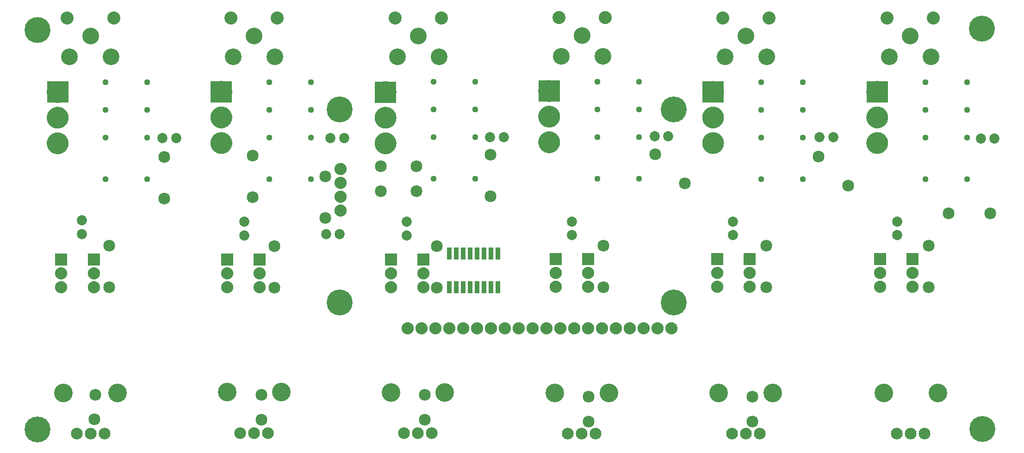
<source format=gbs>
G04 MADE WITH FRITZING*
G04 WWW.FRITZING.ORG*
G04 SINGLE SIDED*
G04 HOLES NOT PLATED*
G04 CONTOUR ON CENTER OF CONTOUR VECTOR*
%ASAXBY*%
%FSLAX23Y23*%
%MOIN*%
%OFA0B0*%
%SFA1.0B1.0*%
%ADD10C,0.085000*%
%ADD11C,0.120551*%
%ADD12C,0.094000*%
%ADD13C,0.072992*%
%ADD14C,0.084667*%
%ADD15C,0.084695*%
%ADD16C,0.134033*%
%ADD17C,0.088000*%
%ADD18C,0.044000*%
%ADD19C,0.187165*%
%ADD20R,0.088000X0.088000*%
%ADD21R,0.155556X0.155542*%
%ADD22R,0.036000X0.090000*%
%ADD23C,0.025748*%
%ADD24R,0.001000X0.001000*%
%LNMASK0*%
G90*
G70*
G54D10*
X2886Y1881D03*
X2630Y1881D03*
X2886Y2058D03*
X2630Y2058D03*
G54D11*
X2901Y2998D03*
X3050Y2848D03*
X2750Y2848D03*
G54D12*
X3068Y3129D03*
X2733Y3129D03*
G54D11*
X4080Y3004D03*
X4229Y2853D03*
X3929Y2853D03*
G54D12*
X4247Y3134D03*
X3912Y3134D03*
G54D11*
X1718Y3001D03*
X1867Y2850D03*
X1567Y2850D03*
G54D12*
X1885Y3131D03*
X1550Y3131D03*
G54D11*
X6443Y3001D03*
X6593Y2850D03*
X6292Y2850D03*
G54D12*
X6610Y3131D03*
X6276Y3131D03*
G54D11*
X539Y2999D03*
X688Y2848D03*
X388Y2848D03*
G54D12*
X706Y3129D03*
X371Y3129D03*
G54D11*
X5261Y3000D03*
X5410Y2850D03*
X5110Y2850D03*
G54D12*
X5428Y3130D03*
X5093Y3130D03*
G54D13*
X2236Y1568D03*
X2334Y1568D03*
X6349Y1661D03*
X6349Y1563D03*
X5168Y1661D03*
X5168Y1563D03*
X4007Y1661D03*
X4007Y1563D03*
X2818Y1659D03*
X2818Y1560D03*
X1646Y1659D03*
X1646Y1560D03*
X478Y1668D03*
X478Y1569D03*
X1156Y2264D03*
X1057Y2264D03*
X2367Y2264D03*
X2268Y2264D03*
X7050Y2258D03*
X6952Y2258D03*
X5889Y2269D03*
X5791Y2269D03*
X4700Y2275D03*
X4602Y2275D03*
X3517Y2270D03*
X3418Y2270D03*
G54D10*
X6577Y1486D03*
X6577Y1186D03*
X5407Y1486D03*
X5407Y1186D03*
X4235Y1486D03*
X4235Y1186D03*
X3035Y1483D03*
X3035Y1183D03*
X1863Y1483D03*
X1863Y1183D03*
X673Y1486D03*
X673Y1186D03*
X1069Y2125D03*
X1069Y1825D03*
X7019Y1719D03*
X6719Y1719D03*
X5785Y2131D03*
X5997Y1919D03*
X4607Y2147D03*
X4819Y1935D03*
X3419Y2142D03*
X3419Y1842D03*
X1708Y2136D03*
X1708Y1836D03*
X2231Y1985D03*
X2231Y1685D03*
G54D14*
X5159Y128D03*
X5259Y128D03*
G54D15*
X5359Y128D03*
G54D16*
X5064Y423D03*
X5453Y423D03*
G54D14*
X6348Y128D03*
X6448Y128D03*
G54D15*
X6548Y128D03*
G54D16*
X6253Y423D03*
X6642Y423D03*
G54D14*
X3977Y128D03*
X4077Y128D03*
G54D15*
X4177Y128D03*
G54D16*
X3883Y423D03*
X4272Y423D03*
G54D14*
X2796Y132D03*
X2896Y132D03*
G54D15*
X2996Y132D03*
G54D16*
X2702Y427D03*
X3090Y427D03*
G54D14*
X1618Y134D03*
X1718Y134D03*
G54D15*
X1818Y134D03*
G54D16*
X1524Y429D03*
X1912Y429D03*
G54D14*
X439Y129D03*
X539Y129D03*
G54D15*
X639Y129D03*
G54D16*
X345Y424D03*
X733Y424D03*
G54D17*
X6227Y1389D03*
X6227Y1289D03*
X6227Y1189D03*
X5052Y1389D03*
X5052Y1289D03*
X5052Y1189D03*
X3891Y1389D03*
X3891Y1289D03*
X3891Y1189D03*
X2702Y1386D03*
X2702Y1286D03*
X2702Y1186D03*
X1525Y1386D03*
X1525Y1286D03*
X1525Y1186D03*
X328Y1386D03*
X328Y1286D03*
X328Y1186D03*
X6461Y1389D03*
X6461Y1289D03*
X6461Y1189D03*
X5286Y1389D03*
X5286Y1289D03*
X5286Y1189D03*
X4124Y1389D03*
X4124Y1289D03*
X4124Y1189D03*
X2936Y1386D03*
X2936Y1286D03*
X2936Y1186D03*
X1758Y1386D03*
X1758Y1286D03*
X1758Y1186D03*
X562Y1386D03*
X562Y1286D03*
X562Y1186D03*
G54D18*
X3010Y2670D03*
X3010Y2470D03*
X3010Y2270D03*
X3010Y1970D03*
X3310Y1970D03*
X3310Y2270D03*
X3310Y2470D03*
X3310Y2670D03*
X4189Y2670D03*
X4189Y2470D03*
X4189Y2270D03*
X4189Y1970D03*
X4489Y1970D03*
X4489Y2270D03*
X4489Y2470D03*
X4489Y2670D03*
X1827Y2667D03*
X1827Y2467D03*
X1827Y2267D03*
X1827Y1967D03*
X2127Y1967D03*
X2127Y2267D03*
X2127Y2467D03*
X2127Y2667D03*
X6552Y2667D03*
X6552Y2467D03*
X6552Y2267D03*
X6552Y1967D03*
X6852Y1967D03*
X6852Y2267D03*
X6852Y2467D03*
X6852Y2667D03*
X648Y2665D03*
X648Y2465D03*
X648Y2265D03*
X648Y1965D03*
X948Y1965D03*
X948Y2265D03*
X948Y2465D03*
X948Y2665D03*
X5370Y2666D03*
X5370Y2466D03*
X5370Y2266D03*
X5370Y1966D03*
X5670Y1966D03*
X5670Y2266D03*
X5670Y2466D03*
X5670Y2666D03*
G54D19*
X2335Y1077D03*
X2335Y2471D03*
X4740Y1077D03*
X4740Y2471D03*
G54D10*
X572Y408D03*
X566Y234D03*
X1771Y411D03*
X1771Y231D03*
X2946Y410D03*
X2946Y230D03*
X4127Y396D03*
X4127Y216D03*
X5308Y396D03*
X5308Y216D03*
G54D17*
X4724Y888D03*
X4624Y888D03*
X4524Y888D03*
X4424Y888D03*
X4324Y888D03*
X4224Y888D03*
X4124Y888D03*
X4024Y888D03*
X3924Y888D03*
X3824Y888D03*
X3724Y888D03*
X3624Y888D03*
X3524Y888D03*
X3424Y888D03*
X3324Y888D03*
X3224Y888D03*
X3124Y888D03*
X3024Y888D03*
X2924Y888D03*
X2824Y888D03*
G54D19*
X6961Y3053D03*
X158Y3042D03*
X156Y161D03*
X6963Y162D03*
G54D17*
X2340Y1738D03*
X2340Y1838D03*
X2340Y1938D03*
X2340Y2038D03*
G54D20*
X6227Y1389D03*
X5052Y1389D03*
X3891Y1389D03*
X2702Y1386D03*
X1525Y1386D03*
X328Y1386D03*
X6461Y1389D03*
X5286Y1389D03*
X4124Y1389D03*
X2936Y1386D03*
X1758Y1386D03*
X562Y1386D03*
G54D21*
X2665Y2594D03*
X3844Y2602D03*
X1481Y2596D03*
X6207Y2596D03*
X303Y2595D03*
X5024Y2596D03*
G54D22*
X3473Y1187D03*
X3423Y1187D03*
X3373Y1187D03*
X3323Y1187D03*
X3273Y1187D03*
X3223Y1187D03*
X3173Y1187D03*
X3123Y1187D03*
X3123Y1429D03*
X3173Y1429D03*
X3223Y1429D03*
X3273Y1429D03*
X3323Y1429D03*
X3373Y1429D03*
X3423Y1429D03*
X3473Y1429D03*
G54D23*
G36*
X2259Y1544D02*
X2212Y1544D01*
X2212Y1592D01*
X2259Y1592D01*
X2259Y1544D01*
G37*
D02*
G36*
X6325Y1638D02*
X6325Y1685D01*
X6372Y1685D01*
X6372Y1638D01*
X6325Y1638D01*
G37*
D02*
G36*
X5145Y1638D02*
X5145Y1685D01*
X5192Y1685D01*
X5192Y1638D01*
X5145Y1638D01*
G37*
D02*
G36*
X3984Y1638D02*
X3984Y1685D01*
X4031Y1685D01*
X4031Y1638D01*
X3984Y1638D01*
G37*
D02*
G36*
X2795Y1635D02*
X2795Y1682D01*
X2842Y1682D01*
X2842Y1635D01*
X2795Y1635D01*
G37*
D02*
G36*
X1623Y1635D02*
X1623Y1682D01*
X1670Y1682D01*
X1670Y1635D01*
X1623Y1635D01*
G37*
D02*
G36*
X455Y1644D02*
X455Y1691D01*
X502Y1691D01*
X502Y1644D01*
X455Y1644D01*
G37*
D02*
G36*
X1132Y2287D02*
X1179Y2287D01*
X1179Y2240D01*
X1132Y2240D01*
X1132Y2287D01*
G37*
D02*
G36*
X2343Y2288D02*
X2390Y2288D01*
X2390Y2241D01*
X2343Y2241D01*
X2343Y2288D01*
G37*
D02*
G36*
X7027Y2282D02*
X7074Y2282D01*
X7074Y2234D01*
X7027Y2234D01*
X7027Y2282D01*
G37*
D02*
G36*
X5865Y2293D02*
X5913Y2293D01*
X5913Y2245D01*
X5865Y2245D01*
X5865Y2293D01*
G37*
D02*
G36*
X4677Y2298D02*
X4724Y2298D01*
X4724Y2251D01*
X4677Y2251D01*
X4677Y2298D01*
G37*
D02*
G36*
X3493Y2293D02*
X3540Y2293D01*
X3540Y2246D01*
X3493Y2246D01*
X3493Y2293D01*
G37*
D02*
G54D24*
X3838Y2681D02*
X3847Y2681D01*
X3831Y2680D02*
X3855Y2680D01*
X3826Y2679D02*
X3860Y2679D01*
X3822Y2678D02*
X3864Y2678D01*
X3818Y2677D02*
X3867Y2677D01*
X3816Y2676D02*
X3870Y2676D01*
X1474Y2675D02*
X1488Y2675D01*
X3813Y2675D02*
X3873Y2675D01*
X5021Y2675D02*
X5026Y2675D01*
X6199Y2675D02*
X6213Y2675D01*
X1467Y2674D02*
X1494Y2674D01*
X3811Y2674D02*
X3875Y2674D01*
X5012Y2674D02*
X5035Y2674D01*
X6192Y2674D02*
X6220Y2674D01*
X294Y2673D02*
X310Y2673D01*
X1463Y2673D02*
X1499Y2673D01*
X2659Y2673D02*
X2669Y2673D01*
X3809Y2673D02*
X3877Y2673D01*
X5007Y2673D02*
X5040Y2673D01*
X6188Y2673D02*
X6224Y2673D01*
X288Y2672D02*
X317Y2672D01*
X1459Y2672D02*
X1503Y2672D01*
X2651Y2672D02*
X2676Y2672D01*
X3807Y2672D02*
X3879Y2672D01*
X5003Y2672D02*
X5044Y2672D01*
X6184Y2672D02*
X6228Y2672D01*
X283Y2671D02*
X321Y2671D01*
X1456Y2671D02*
X1506Y2671D01*
X2646Y2671D02*
X2681Y2671D01*
X3805Y2671D02*
X3881Y2671D01*
X4999Y2671D02*
X5048Y2671D01*
X6181Y2671D02*
X6231Y2671D01*
X279Y2670D02*
X325Y2670D01*
X1453Y2670D02*
X1509Y2670D01*
X2642Y2670D02*
X2685Y2670D01*
X3803Y2670D02*
X3882Y2670D01*
X4997Y2670D02*
X5051Y2670D01*
X6178Y2670D02*
X6234Y2670D01*
X276Y2669D02*
X328Y2669D01*
X1450Y2669D02*
X1511Y2669D01*
X2639Y2669D02*
X2688Y2669D01*
X3802Y2669D02*
X3884Y2669D01*
X4994Y2669D02*
X5053Y2669D01*
X6175Y2669D02*
X6237Y2669D01*
X274Y2668D02*
X330Y2668D01*
X1448Y2668D02*
X1513Y2668D01*
X2636Y2668D02*
X2691Y2668D01*
X3800Y2668D02*
X3886Y2668D01*
X4992Y2668D02*
X5056Y2668D01*
X6173Y2668D02*
X6239Y2668D01*
X271Y2667D02*
X333Y2667D01*
X1446Y2667D02*
X1515Y2667D01*
X2634Y2667D02*
X2694Y2667D01*
X3799Y2667D02*
X3887Y2667D01*
X4990Y2667D02*
X5058Y2667D01*
X6171Y2667D02*
X6241Y2667D01*
X269Y2666D02*
X335Y2666D01*
X1444Y2666D02*
X1517Y2666D01*
X2632Y2666D02*
X2696Y2666D01*
X3797Y2666D02*
X3889Y2666D01*
X4988Y2666D02*
X5060Y2666D01*
X6169Y2666D02*
X6243Y2666D01*
X267Y2665D02*
X337Y2665D01*
X1442Y2665D02*
X1519Y2665D01*
X2630Y2665D02*
X2698Y2665D01*
X3796Y2665D02*
X3890Y2665D01*
X4986Y2665D02*
X5061Y2665D01*
X6168Y2665D02*
X6244Y2665D01*
X265Y2664D02*
X339Y2664D01*
X1441Y2664D02*
X1521Y2664D01*
X2628Y2664D02*
X2700Y2664D01*
X3795Y2664D02*
X3891Y2664D01*
X4984Y2664D02*
X5063Y2664D01*
X6166Y2664D02*
X6246Y2664D01*
X263Y2663D02*
X341Y2663D01*
X1439Y2663D02*
X1522Y2663D01*
X2626Y2663D02*
X2702Y2663D01*
X3793Y2663D02*
X3893Y2663D01*
X4983Y2663D02*
X5065Y2663D01*
X6164Y2663D02*
X6248Y2663D01*
X262Y2662D02*
X342Y2662D01*
X1438Y2662D02*
X1524Y2662D01*
X2624Y2662D02*
X2703Y2662D01*
X3792Y2662D02*
X3894Y2662D01*
X4981Y2662D02*
X5066Y2662D01*
X6163Y2662D02*
X6249Y2662D01*
X260Y2661D02*
X344Y2661D01*
X1436Y2661D02*
X1525Y2661D01*
X2623Y2661D02*
X2705Y2661D01*
X3791Y2661D02*
X3895Y2661D01*
X4979Y2661D02*
X5068Y2661D01*
X6161Y2661D02*
X6251Y2661D01*
X259Y2660D02*
X345Y2660D01*
X1435Y2660D02*
X1527Y2660D01*
X2621Y2660D02*
X2707Y2660D01*
X3790Y2660D02*
X3896Y2660D01*
X4978Y2660D02*
X5069Y2660D01*
X6160Y2660D02*
X6252Y2660D01*
X257Y2659D02*
X347Y2659D01*
X1433Y2659D02*
X1528Y2659D01*
X2619Y2659D02*
X2708Y2659D01*
X3789Y2659D02*
X3897Y2659D01*
X4977Y2659D02*
X5070Y2659D01*
X6159Y2659D02*
X6253Y2659D01*
X256Y2658D02*
X348Y2658D01*
X1432Y2658D02*
X1529Y2658D01*
X2618Y2658D02*
X2709Y2658D01*
X3788Y2658D02*
X3898Y2658D01*
X4975Y2658D02*
X5072Y2658D01*
X6157Y2658D02*
X6255Y2658D01*
X255Y2657D02*
X350Y2657D01*
X1431Y2657D02*
X1531Y2657D01*
X2617Y2657D02*
X2711Y2657D01*
X3787Y2657D02*
X3899Y2657D01*
X4974Y2657D02*
X5073Y2657D01*
X6156Y2657D02*
X6256Y2657D01*
X253Y2656D02*
X351Y2656D01*
X1430Y2656D02*
X1532Y2656D01*
X2615Y2656D02*
X2712Y2656D01*
X3786Y2656D02*
X3900Y2656D01*
X4973Y2656D02*
X5074Y2656D01*
X6155Y2656D02*
X6257Y2656D01*
X252Y2655D02*
X352Y2655D01*
X1429Y2655D02*
X1533Y2655D01*
X2614Y2655D02*
X2713Y2655D01*
X3785Y2655D02*
X3901Y2655D01*
X4972Y2655D02*
X5075Y2655D01*
X6154Y2655D02*
X6258Y2655D01*
X251Y2654D02*
X353Y2654D01*
X1428Y2654D02*
X1534Y2654D01*
X2613Y2654D02*
X2715Y2654D01*
X3784Y2654D02*
X3902Y2654D01*
X4971Y2654D02*
X5076Y2654D01*
X6153Y2654D02*
X6259Y2654D01*
X250Y2653D02*
X354Y2653D01*
X1426Y2653D02*
X1535Y2653D01*
X2612Y2653D02*
X2716Y2653D01*
X3783Y2653D02*
X3903Y2653D01*
X4970Y2653D02*
X5078Y2653D01*
X6152Y2653D02*
X6260Y2653D01*
X249Y2652D02*
X355Y2652D01*
X1425Y2652D02*
X1536Y2652D01*
X2611Y2652D02*
X2717Y2652D01*
X3782Y2652D02*
X3903Y2652D01*
X4969Y2652D02*
X5079Y2652D01*
X6151Y2652D02*
X6261Y2652D01*
X248Y2651D02*
X357Y2651D01*
X1424Y2651D02*
X1537Y2651D01*
X2610Y2651D02*
X2718Y2651D01*
X3782Y2651D02*
X3904Y2651D01*
X4968Y2651D02*
X5080Y2651D01*
X6150Y2651D02*
X6262Y2651D01*
X247Y2650D02*
X358Y2650D01*
X1424Y2650D02*
X1538Y2650D01*
X2609Y2650D02*
X2719Y2650D01*
X3781Y2650D02*
X3905Y2650D01*
X4967Y2650D02*
X5080Y2650D01*
X6149Y2650D02*
X6263Y2650D01*
X246Y2649D02*
X358Y2649D01*
X1423Y2649D02*
X1539Y2649D01*
X2608Y2649D02*
X2720Y2649D01*
X3780Y2649D02*
X3906Y2649D01*
X4966Y2649D02*
X5081Y2649D01*
X6148Y2649D02*
X6264Y2649D01*
X245Y2648D02*
X359Y2648D01*
X1422Y2648D02*
X1540Y2648D01*
X2607Y2648D02*
X2721Y2648D01*
X3779Y2648D02*
X3906Y2648D01*
X4965Y2648D02*
X5082Y2648D01*
X6147Y2648D02*
X6265Y2648D01*
X244Y2647D02*
X360Y2647D01*
X1421Y2647D02*
X1541Y2647D01*
X2606Y2647D02*
X2722Y2647D01*
X3779Y2647D02*
X3907Y2647D01*
X4964Y2647D02*
X5083Y2647D01*
X6146Y2647D02*
X6266Y2647D01*
X243Y2646D02*
X361Y2646D01*
X1420Y2646D02*
X1541Y2646D01*
X2605Y2646D02*
X2723Y2646D01*
X3778Y2646D02*
X3908Y2646D01*
X4963Y2646D02*
X5084Y2646D01*
X6145Y2646D02*
X6267Y2646D01*
X242Y2645D02*
X362Y2645D01*
X1419Y2645D02*
X1542Y2645D01*
X2604Y2645D02*
X2724Y2645D01*
X3777Y2645D02*
X3908Y2645D01*
X4962Y2645D02*
X5085Y2645D01*
X6145Y2645D02*
X6267Y2645D01*
X241Y2644D02*
X363Y2644D01*
X1419Y2644D02*
X1543Y2644D01*
X2603Y2644D02*
X2724Y2644D01*
X3777Y2644D02*
X3909Y2644D01*
X4962Y2644D02*
X5085Y2644D01*
X6144Y2644D02*
X6268Y2644D01*
X241Y2643D02*
X364Y2643D01*
X1418Y2643D02*
X1544Y2643D01*
X2603Y2643D02*
X2725Y2643D01*
X3776Y2643D02*
X3910Y2643D01*
X4961Y2643D02*
X5086Y2643D01*
X6143Y2643D02*
X6269Y2643D01*
X240Y2642D02*
X364Y2642D01*
X1417Y2642D02*
X1544Y2642D01*
X2602Y2642D02*
X2726Y2642D01*
X3776Y2642D02*
X3910Y2642D01*
X4960Y2642D02*
X5087Y2642D01*
X6142Y2642D02*
X6270Y2642D01*
X239Y2641D02*
X365Y2641D01*
X1416Y2641D02*
X1545Y2641D01*
X2601Y2641D02*
X2727Y2641D01*
X3775Y2641D02*
X3911Y2641D01*
X4960Y2641D02*
X5088Y2641D01*
X6142Y2641D02*
X6270Y2641D01*
X238Y2640D02*
X366Y2640D01*
X1416Y2640D02*
X1546Y2640D01*
X2600Y2640D02*
X2727Y2640D01*
X3774Y2640D02*
X3911Y2640D01*
X4959Y2640D02*
X5088Y2640D01*
X6141Y2640D02*
X6271Y2640D01*
X238Y2639D02*
X366Y2639D01*
X1415Y2639D02*
X1546Y2639D01*
X2600Y2639D02*
X2728Y2639D01*
X3774Y2639D02*
X3912Y2639D01*
X4958Y2639D02*
X5089Y2639D01*
X6140Y2639D02*
X6272Y2639D01*
X237Y2638D02*
X367Y2638D01*
X1415Y2638D02*
X1547Y2638D01*
X2599Y2638D02*
X2729Y2638D01*
X3773Y2638D02*
X3912Y2638D01*
X4958Y2638D02*
X5090Y2638D01*
X6140Y2638D02*
X6272Y2638D01*
X236Y2637D02*
X368Y2637D01*
X1414Y2637D02*
X1548Y2637D01*
X2598Y2637D02*
X2729Y2637D01*
X3773Y2637D02*
X3913Y2637D01*
X4957Y2637D02*
X5090Y2637D01*
X6139Y2637D02*
X6273Y2637D01*
X236Y2636D02*
X368Y2636D01*
X1413Y2636D02*
X1548Y2636D01*
X2598Y2636D02*
X2730Y2636D01*
X3772Y2636D02*
X3913Y2636D01*
X4956Y2636D02*
X5091Y2636D01*
X6139Y2636D02*
X6273Y2636D01*
X235Y2635D02*
X369Y2635D01*
X1413Y2635D02*
X1549Y2635D01*
X2597Y2635D02*
X2731Y2635D01*
X3772Y2635D02*
X3914Y2635D01*
X4956Y2635D02*
X5091Y2635D01*
X6138Y2635D02*
X6274Y2635D01*
X235Y2634D02*
X370Y2634D01*
X1412Y2634D02*
X1549Y2634D01*
X2597Y2634D02*
X2731Y2634D01*
X3771Y2634D02*
X3914Y2634D01*
X4955Y2634D02*
X5092Y2634D01*
X6137Y2634D02*
X6275Y2634D01*
X234Y2633D02*
X370Y2633D01*
X1412Y2633D02*
X1550Y2633D01*
X2596Y2633D02*
X2732Y2633D01*
X3771Y2633D02*
X3915Y2633D01*
X4955Y2633D02*
X5093Y2633D01*
X6137Y2633D02*
X6275Y2633D01*
X233Y2632D02*
X371Y2632D01*
X1411Y2632D02*
X1550Y2632D01*
X2595Y2632D02*
X2732Y2632D01*
X3771Y2632D02*
X3915Y2632D01*
X4954Y2632D02*
X5093Y2632D01*
X6136Y2632D02*
X6276Y2632D01*
X233Y2631D02*
X371Y2631D01*
X1411Y2631D02*
X1551Y2631D01*
X2595Y2631D02*
X2733Y2631D01*
X3770Y2631D02*
X3915Y2631D01*
X4954Y2631D02*
X5094Y2631D01*
X6136Y2631D02*
X6276Y2631D01*
X232Y2630D02*
X372Y2630D01*
X1410Y2630D02*
X1551Y2630D01*
X2594Y2630D02*
X2733Y2630D01*
X3770Y2630D02*
X3916Y2630D01*
X4953Y2630D02*
X5094Y2630D01*
X6135Y2630D02*
X6277Y2630D01*
X232Y2629D02*
X372Y2629D01*
X1410Y2629D02*
X1552Y2629D01*
X2594Y2629D02*
X2734Y2629D01*
X3770Y2629D02*
X3916Y2629D01*
X4953Y2629D02*
X5094Y2629D01*
X6135Y2629D02*
X6277Y2629D01*
X231Y2628D02*
X373Y2628D01*
X1409Y2628D02*
X1552Y2628D01*
X2593Y2628D02*
X2734Y2628D01*
X3769Y2628D02*
X3917Y2628D01*
X4952Y2628D02*
X5095Y2628D01*
X6134Y2628D02*
X6278Y2628D01*
X231Y2627D02*
X373Y2627D01*
X1409Y2627D02*
X1553Y2627D01*
X2593Y2627D02*
X2735Y2627D01*
X3769Y2627D02*
X3917Y2627D01*
X4952Y2627D02*
X5095Y2627D01*
X6134Y2627D02*
X6278Y2627D01*
X230Y2626D02*
X374Y2626D01*
X1408Y2626D02*
X1553Y2626D01*
X2592Y2626D02*
X2735Y2626D01*
X3768Y2626D02*
X3917Y2626D01*
X4951Y2626D02*
X5096Y2626D01*
X6134Y2626D02*
X6278Y2626D01*
X230Y2625D02*
X374Y2625D01*
X1408Y2625D02*
X1553Y2625D01*
X2592Y2625D02*
X2736Y2625D01*
X3768Y2625D02*
X3918Y2625D01*
X4951Y2625D02*
X5096Y2625D01*
X6133Y2625D02*
X6279Y2625D01*
X230Y2624D02*
X374Y2624D01*
X1408Y2624D02*
X1554Y2624D01*
X2592Y2624D02*
X2736Y2624D01*
X3768Y2624D02*
X3918Y2624D01*
X4951Y2624D02*
X5097Y2624D01*
X6133Y2624D02*
X6279Y2624D01*
X229Y2623D02*
X375Y2623D01*
X1407Y2623D02*
X1554Y2623D01*
X2591Y2623D02*
X2736Y2623D01*
X3768Y2623D02*
X3918Y2623D01*
X4950Y2623D02*
X5097Y2623D01*
X6133Y2623D02*
X6279Y2623D01*
X229Y2622D02*
X375Y2622D01*
X1407Y2622D02*
X1555Y2622D01*
X2591Y2622D02*
X2737Y2622D01*
X3767Y2622D02*
X3918Y2622D01*
X4950Y2622D02*
X5097Y2622D01*
X6132Y2622D02*
X6280Y2622D01*
X229Y2621D02*
X376Y2621D01*
X1407Y2621D02*
X1555Y2621D01*
X2590Y2621D02*
X2737Y2621D01*
X3767Y2621D02*
X3919Y2621D01*
X4950Y2621D02*
X5098Y2621D01*
X6132Y2621D02*
X6280Y2621D01*
X228Y2620D02*
X376Y2620D01*
X1406Y2620D02*
X1555Y2620D01*
X2590Y2620D02*
X2738Y2620D01*
X3767Y2620D02*
X3919Y2620D01*
X4949Y2620D02*
X5098Y2620D01*
X6132Y2620D02*
X6280Y2620D01*
X228Y2619D02*
X376Y2619D01*
X1406Y2619D02*
X1555Y2619D01*
X2590Y2619D02*
X2738Y2619D01*
X3767Y2619D02*
X3919Y2619D01*
X4949Y2619D02*
X5098Y2619D01*
X6131Y2619D02*
X6281Y2619D01*
X228Y2618D02*
X377Y2618D01*
X1406Y2618D02*
X1556Y2618D01*
X2589Y2618D02*
X2738Y2618D01*
X3766Y2618D02*
X3919Y2618D01*
X4949Y2618D02*
X5098Y2618D01*
X6131Y2618D02*
X6281Y2618D01*
X227Y2617D02*
X377Y2617D01*
X1406Y2617D02*
X1556Y2617D01*
X2589Y2617D02*
X2738Y2617D01*
X3766Y2617D02*
X3919Y2617D01*
X4948Y2617D02*
X5099Y2617D01*
X6131Y2617D02*
X6281Y2617D01*
X227Y2616D02*
X377Y2616D01*
X1405Y2616D02*
X1556Y2616D01*
X2589Y2616D02*
X2739Y2616D01*
X3766Y2616D02*
X3920Y2616D01*
X4948Y2616D02*
X5099Y2616D01*
X6131Y2616D02*
X6281Y2616D01*
X227Y2615D02*
X377Y2615D01*
X1405Y2615D02*
X1557Y2615D01*
X2589Y2615D02*
X2739Y2615D01*
X3766Y2615D02*
X3920Y2615D01*
X4948Y2615D02*
X5099Y2615D01*
X6130Y2615D02*
X6282Y2615D01*
X227Y2614D02*
X378Y2614D01*
X1405Y2614D02*
X1557Y2614D01*
X2588Y2614D02*
X2739Y2614D01*
X3766Y2614D02*
X3920Y2614D01*
X4948Y2614D02*
X5099Y2614D01*
X6130Y2614D02*
X6282Y2614D01*
X226Y2613D02*
X378Y2613D01*
X1405Y2613D02*
X1557Y2613D01*
X2588Y2613D02*
X2739Y2613D01*
X3766Y2613D02*
X3920Y2613D01*
X4947Y2613D02*
X5100Y2613D01*
X6130Y2613D02*
X6282Y2613D01*
X226Y2612D02*
X378Y2612D01*
X1404Y2612D02*
X1557Y2612D01*
X2588Y2612D02*
X2740Y2612D01*
X3766Y2612D02*
X3920Y2612D01*
X4947Y2612D02*
X5100Y2612D01*
X6130Y2612D02*
X6282Y2612D01*
X226Y2611D02*
X378Y2611D01*
X1404Y2611D02*
X1557Y2611D01*
X2588Y2611D02*
X2740Y2611D01*
X3765Y2611D02*
X3920Y2611D01*
X4947Y2611D02*
X5100Y2611D01*
X6129Y2611D02*
X6283Y2611D01*
X226Y2610D02*
X378Y2610D01*
X1404Y2610D02*
X1558Y2610D01*
X2587Y2610D02*
X2740Y2610D01*
X3765Y2610D02*
X3920Y2610D01*
X4947Y2610D02*
X5100Y2610D01*
X6129Y2610D02*
X6283Y2610D01*
X225Y2609D02*
X379Y2609D01*
X1404Y2609D02*
X1558Y2609D01*
X2587Y2609D02*
X2740Y2609D01*
X3765Y2609D02*
X3921Y2609D01*
X4947Y2609D02*
X5100Y2609D01*
X6129Y2609D02*
X6283Y2609D01*
X225Y2608D02*
X379Y2608D01*
X1404Y2608D02*
X1558Y2608D01*
X2587Y2608D02*
X2741Y2608D01*
X3765Y2608D02*
X3921Y2608D01*
X4947Y2608D02*
X5101Y2608D01*
X6129Y2608D02*
X6283Y2608D01*
X225Y2607D02*
X379Y2607D01*
X1404Y2607D02*
X1558Y2607D01*
X2587Y2607D02*
X2741Y2607D01*
X3765Y2607D02*
X3921Y2607D01*
X4946Y2607D02*
X5101Y2607D01*
X6129Y2607D02*
X6283Y2607D01*
X225Y2606D02*
X379Y2606D01*
X1403Y2606D02*
X1558Y2606D01*
X2587Y2606D02*
X2741Y2606D01*
X3765Y2606D02*
X3921Y2606D01*
X4946Y2606D02*
X5101Y2606D01*
X6129Y2606D02*
X6283Y2606D01*
X225Y2605D02*
X379Y2605D01*
X1403Y2605D02*
X1558Y2605D01*
X2587Y2605D02*
X2741Y2605D01*
X3765Y2605D02*
X3921Y2605D01*
X4946Y2605D02*
X5101Y2605D01*
X6128Y2605D02*
X6284Y2605D01*
X225Y2604D02*
X379Y2604D01*
X1403Y2604D02*
X1558Y2604D01*
X2587Y2604D02*
X2741Y2604D01*
X3765Y2604D02*
X3921Y2604D01*
X4946Y2604D02*
X5101Y2604D01*
X6128Y2604D02*
X6284Y2604D01*
X225Y2603D02*
X380Y2603D01*
X1403Y2603D02*
X1558Y2603D01*
X2586Y2603D02*
X2741Y2603D01*
X3765Y2603D02*
X3921Y2603D01*
X4946Y2603D02*
X5101Y2603D01*
X6128Y2603D02*
X6284Y2603D01*
X224Y2602D02*
X380Y2602D01*
X1403Y2602D02*
X1559Y2602D01*
X2586Y2602D02*
X2741Y2602D01*
X3765Y2602D02*
X3921Y2602D01*
X4946Y2602D02*
X5101Y2602D01*
X6128Y2602D02*
X6284Y2602D01*
X224Y2601D02*
X380Y2601D01*
X1403Y2601D02*
X1559Y2601D01*
X2586Y2601D02*
X2742Y2601D01*
X3765Y2601D02*
X3921Y2601D01*
X4946Y2601D02*
X5101Y2601D01*
X6128Y2601D02*
X6284Y2601D01*
X224Y2600D02*
X380Y2600D01*
X1403Y2600D02*
X1559Y2600D01*
X2586Y2600D02*
X2742Y2600D01*
X3765Y2600D02*
X3921Y2600D01*
X4946Y2600D02*
X5101Y2600D01*
X6128Y2600D02*
X6284Y2600D01*
X224Y2599D02*
X380Y2599D01*
X1403Y2599D02*
X1559Y2599D01*
X2586Y2599D02*
X2742Y2599D01*
X3765Y2599D02*
X3921Y2599D01*
X4946Y2599D02*
X5102Y2599D01*
X6128Y2599D02*
X6284Y2599D01*
X224Y2598D02*
X380Y2598D01*
X1403Y2598D02*
X1559Y2598D01*
X2586Y2598D02*
X2742Y2598D01*
X3765Y2598D02*
X3921Y2598D01*
X4946Y2598D02*
X5102Y2598D01*
X6128Y2598D02*
X6284Y2598D01*
X224Y2597D02*
X380Y2597D01*
X1403Y2597D02*
X1559Y2597D01*
X2586Y2597D02*
X2742Y2597D01*
X3765Y2597D02*
X3921Y2597D01*
X4946Y2597D02*
X5102Y2597D01*
X6128Y2597D02*
X6284Y2597D01*
X224Y2596D02*
X380Y2596D01*
X1403Y2596D02*
X1559Y2596D01*
X2586Y2596D02*
X2742Y2596D01*
X3765Y2596D02*
X3921Y2596D01*
X4946Y2596D02*
X5102Y2596D01*
X6128Y2596D02*
X6284Y2596D01*
X224Y2595D02*
X380Y2595D01*
X1403Y2595D02*
X1559Y2595D01*
X2586Y2595D02*
X2742Y2595D01*
X3765Y2595D02*
X3920Y2595D01*
X4946Y2595D02*
X5102Y2595D01*
X6128Y2595D02*
X6284Y2595D01*
X224Y2594D02*
X380Y2594D01*
X1403Y2594D02*
X1559Y2594D01*
X2586Y2594D02*
X2742Y2594D01*
X3765Y2594D02*
X3920Y2594D01*
X4946Y2594D02*
X5101Y2594D01*
X6128Y2594D02*
X6284Y2594D01*
X224Y2593D02*
X380Y2593D01*
X1403Y2593D02*
X1559Y2593D01*
X2586Y2593D02*
X2742Y2593D01*
X3766Y2593D02*
X3920Y2593D01*
X4946Y2593D02*
X5101Y2593D01*
X6128Y2593D02*
X6284Y2593D01*
X224Y2592D02*
X380Y2592D01*
X1403Y2592D02*
X1559Y2592D01*
X2586Y2592D02*
X2742Y2592D01*
X3766Y2592D02*
X3920Y2592D01*
X4946Y2592D02*
X5101Y2592D01*
X6128Y2592D02*
X6284Y2592D01*
X224Y2591D02*
X380Y2591D01*
X1403Y2591D02*
X1558Y2591D01*
X2586Y2591D02*
X2742Y2591D01*
X3766Y2591D02*
X3920Y2591D01*
X4946Y2591D02*
X5101Y2591D01*
X6128Y2591D02*
X6284Y2591D01*
X224Y2590D02*
X380Y2590D01*
X1403Y2590D02*
X1558Y2590D01*
X2586Y2590D02*
X2742Y2590D01*
X3766Y2590D02*
X3920Y2590D01*
X4946Y2590D02*
X5101Y2590D01*
X6128Y2590D02*
X6284Y2590D01*
X224Y2589D02*
X380Y2589D01*
X1403Y2589D02*
X1558Y2589D01*
X2586Y2589D02*
X2742Y2589D01*
X3766Y2589D02*
X3920Y2589D01*
X4946Y2589D02*
X5101Y2589D01*
X6128Y2589D02*
X6284Y2589D01*
X224Y2588D02*
X380Y2588D01*
X1403Y2588D02*
X1558Y2588D01*
X2586Y2588D02*
X2741Y2588D01*
X3766Y2588D02*
X3919Y2588D01*
X4946Y2588D02*
X5101Y2588D01*
X6129Y2588D02*
X6283Y2588D01*
X225Y2587D02*
X380Y2587D01*
X1404Y2587D02*
X1558Y2587D01*
X2586Y2587D02*
X2741Y2587D01*
X3767Y2587D02*
X3919Y2587D01*
X4946Y2587D02*
X5101Y2587D01*
X6129Y2587D02*
X6283Y2587D01*
X225Y2586D02*
X379Y2586D01*
X1404Y2586D02*
X1558Y2586D01*
X2586Y2586D02*
X2741Y2586D01*
X3767Y2586D02*
X3919Y2586D01*
X4946Y2586D02*
X5101Y2586D01*
X6129Y2586D02*
X6283Y2586D01*
X225Y2585D02*
X379Y2585D01*
X1404Y2585D02*
X1558Y2585D01*
X2587Y2585D02*
X2741Y2585D01*
X3767Y2585D02*
X3919Y2585D01*
X4947Y2585D02*
X5101Y2585D01*
X6129Y2585D02*
X6283Y2585D01*
X225Y2584D02*
X379Y2584D01*
X1404Y2584D02*
X1558Y2584D01*
X2587Y2584D02*
X2741Y2584D01*
X3767Y2584D02*
X3918Y2584D01*
X4947Y2584D02*
X5100Y2584D01*
X6129Y2584D02*
X6283Y2584D01*
X225Y2583D02*
X379Y2583D01*
X1404Y2583D02*
X1557Y2583D01*
X2587Y2583D02*
X2741Y2583D01*
X3768Y2583D02*
X3918Y2583D01*
X4947Y2583D02*
X5100Y2583D01*
X6129Y2583D02*
X6283Y2583D01*
X225Y2582D02*
X379Y2582D01*
X1404Y2582D02*
X1557Y2582D01*
X2587Y2582D02*
X2741Y2582D01*
X3768Y2582D02*
X3918Y2582D01*
X4947Y2582D02*
X5100Y2582D01*
X6130Y2582D02*
X6282Y2582D01*
X225Y2581D02*
X379Y2581D01*
X1405Y2581D02*
X1557Y2581D01*
X2587Y2581D02*
X2740Y2581D01*
X3768Y2581D02*
X3918Y2581D01*
X4947Y2581D02*
X5100Y2581D01*
X6130Y2581D02*
X6282Y2581D01*
X226Y2580D02*
X378Y2580D01*
X1405Y2580D02*
X1557Y2580D01*
X2587Y2580D02*
X2740Y2580D01*
X3768Y2580D02*
X3917Y2580D01*
X4947Y2580D02*
X5100Y2580D01*
X6130Y2580D02*
X6282Y2580D01*
X226Y2579D02*
X378Y2579D01*
X1405Y2579D02*
X1557Y2579D01*
X2588Y2579D02*
X2740Y2579D01*
X3769Y2579D02*
X3917Y2579D01*
X4948Y2579D02*
X5099Y2579D01*
X6130Y2579D02*
X6282Y2579D01*
X226Y2578D02*
X378Y2578D01*
X1405Y2578D02*
X1556Y2578D01*
X2588Y2578D02*
X2740Y2578D01*
X3769Y2578D02*
X3917Y2578D01*
X4948Y2578D02*
X5099Y2578D01*
X6130Y2578D02*
X6282Y2578D01*
X226Y2577D02*
X378Y2577D01*
X1406Y2577D02*
X1556Y2577D01*
X2588Y2577D02*
X2740Y2577D01*
X3769Y2577D02*
X3916Y2577D01*
X4948Y2577D02*
X5099Y2577D01*
X6131Y2577D02*
X6281Y2577D01*
X227Y2576D02*
X378Y2576D01*
X1406Y2576D02*
X1556Y2576D01*
X2588Y2576D02*
X2739Y2576D01*
X3770Y2576D02*
X3916Y2576D01*
X4948Y2576D02*
X5099Y2576D01*
X6131Y2576D02*
X6281Y2576D01*
X227Y2575D02*
X377Y2575D01*
X1406Y2575D02*
X1556Y2575D01*
X2589Y2575D02*
X2739Y2575D01*
X3770Y2575D02*
X3916Y2575D01*
X4949Y2575D02*
X5098Y2575D01*
X6131Y2575D02*
X6281Y2575D01*
X227Y2574D02*
X377Y2574D01*
X1406Y2574D02*
X1555Y2574D01*
X2589Y2574D02*
X2739Y2574D01*
X3770Y2574D02*
X3915Y2574D01*
X4949Y2574D02*
X5098Y2574D01*
X6131Y2574D02*
X6281Y2574D01*
X227Y2573D02*
X377Y2573D01*
X1407Y2573D02*
X1555Y2573D01*
X2589Y2573D02*
X2739Y2573D01*
X3771Y2573D02*
X3915Y2573D01*
X4949Y2573D02*
X5098Y2573D01*
X6132Y2573D02*
X6280Y2573D01*
X228Y2572D02*
X377Y2572D01*
X1407Y2572D02*
X1555Y2572D01*
X2589Y2572D02*
X2738Y2572D01*
X3771Y2572D02*
X3915Y2572D01*
X4950Y2572D02*
X5098Y2572D01*
X6132Y2572D02*
X6280Y2572D01*
X228Y2571D02*
X376Y2571D01*
X1407Y2571D02*
X1554Y2571D01*
X2590Y2571D02*
X2738Y2571D01*
X3772Y2571D02*
X3914Y2571D01*
X4950Y2571D02*
X5097Y2571D01*
X6133Y2571D02*
X6279Y2571D01*
X228Y2570D02*
X376Y2570D01*
X1408Y2570D02*
X1554Y2570D01*
X2590Y2570D02*
X2738Y2570D01*
X3772Y2570D02*
X3914Y2570D01*
X4950Y2570D02*
X5097Y2570D01*
X6133Y2570D02*
X6279Y2570D01*
X229Y2569D02*
X375Y2569D01*
X1408Y2569D02*
X1554Y2569D01*
X2590Y2569D02*
X2737Y2569D01*
X3773Y2569D02*
X3913Y2569D01*
X4951Y2569D02*
X5096Y2569D01*
X6133Y2569D02*
X6279Y2569D01*
X229Y2568D02*
X375Y2568D01*
X1408Y2568D02*
X1553Y2568D01*
X2591Y2568D02*
X2737Y2568D01*
X3773Y2568D02*
X3913Y2568D01*
X4951Y2568D02*
X5096Y2568D01*
X6134Y2568D02*
X6278Y2568D01*
X229Y2567D02*
X375Y2567D01*
X1409Y2567D02*
X1553Y2567D01*
X2591Y2567D02*
X2737Y2567D01*
X3774Y2567D02*
X3912Y2567D01*
X4951Y2567D02*
X5096Y2567D01*
X6134Y2567D02*
X6278Y2567D01*
X230Y2566D02*
X374Y2566D01*
X1409Y2566D02*
X1552Y2566D01*
X2591Y2566D02*
X2736Y2566D01*
X3774Y2566D02*
X3912Y2566D01*
X4952Y2566D02*
X5095Y2566D01*
X6134Y2566D02*
X6278Y2566D01*
X230Y2565D02*
X374Y2565D01*
X1410Y2565D02*
X1552Y2565D01*
X2592Y2565D02*
X2736Y2565D01*
X3775Y2565D02*
X3911Y2565D01*
X4952Y2565D02*
X5095Y2565D01*
X6135Y2565D02*
X6277Y2565D01*
X230Y2564D02*
X374Y2564D01*
X1410Y2564D02*
X1551Y2564D01*
X2592Y2564D02*
X2736Y2564D01*
X3775Y2564D02*
X3911Y2564D01*
X4953Y2564D02*
X5094Y2564D01*
X6135Y2564D02*
X6277Y2564D01*
X231Y2563D02*
X373Y2563D01*
X1411Y2563D02*
X1551Y2563D01*
X2593Y2563D02*
X2735Y2563D01*
X3776Y2563D02*
X3910Y2563D01*
X4953Y2563D02*
X5094Y2563D01*
X6136Y2563D02*
X6276Y2563D01*
X231Y2562D02*
X373Y2562D01*
X1411Y2562D02*
X1550Y2562D01*
X2593Y2562D02*
X2735Y2562D01*
X3776Y2562D02*
X3909Y2562D01*
X4954Y2562D02*
X5093Y2562D01*
X6136Y2562D02*
X6276Y2562D01*
X232Y2561D02*
X372Y2561D01*
X1412Y2561D02*
X1550Y2561D01*
X2594Y2561D02*
X2734Y2561D01*
X3777Y2561D02*
X3909Y2561D01*
X4954Y2561D02*
X5093Y2561D01*
X6137Y2561D02*
X6275Y2561D01*
X232Y2560D02*
X372Y2560D01*
X1412Y2560D02*
X1549Y2560D01*
X2594Y2560D02*
X2734Y2560D01*
X3778Y2560D02*
X3908Y2560D01*
X4955Y2560D02*
X5092Y2560D01*
X6137Y2560D02*
X6275Y2560D01*
X233Y2559D02*
X371Y2559D01*
X1413Y2559D02*
X1549Y2559D01*
X2595Y2559D02*
X2733Y2559D01*
X3778Y2559D02*
X3907Y2559D01*
X4955Y2559D02*
X5092Y2559D01*
X6138Y2559D02*
X6274Y2559D01*
X233Y2558D02*
X371Y2558D01*
X1413Y2558D02*
X1548Y2558D01*
X2595Y2558D02*
X2733Y2558D01*
X3779Y2558D02*
X3907Y2558D01*
X4956Y2558D02*
X5091Y2558D01*
X6138Y2558D02*
X6274Y2558D01*
X234Y2557D02*
X370Y2557D01*
X1414Y2557D02*
X1548Y2557D01*
X2596Y2557D02*
X2732Y2557D01*
X3780Y2557D02*
X3906Y2557D01*
X4956Y2557D02*
X5091Y2557D01*
X6139Y2557D02*
X6273Y2557D01*
X235Y2556D02*
X370Y2556D01*
X1414Y2556D02*
X1547Y2556D01*
X2596Y2556D02*
X2731Y2556D01*
X3780Y2556D02*
X3905Y2556D01*
X4957Y2556D02*
X5090Y2556D01*
X6140Y2556D02*
X6272Y2556D01*
X235Y2555D02*
X369Y2555D01*
X1415Y2555D02*
X1546Y2555D01*
X2597Y2555D02*
X2731Y2555D01*
X3781Y2555D02*
X3905Y2555D01*
X4958Y2555D02*
X5089Y2555D01*
X6140Y2555D02*
X6272Y2555D01*
X236Y2554D02*
X368Y2554D01*
X1416Y2554D02*
X1546Y2554D01*
X2597Y2554D02*
X2730Y2554D01*
X3782Y2554D02*
X3904Y2554D01*
X4958Y2554D02*
X5089Y2554D01*
X6141Y2554D02*
X6271Y2554D01*
X236Y2553D02*
X368Y2553D01*
X1416Y2553D02*
X1545Y2553D01*
X2598Y2553D02*
X2730Y2553D01*
X3783Y2553D02*
X3903Y2553D01*
X4959Y2553D02*
X5088Y2553D01*
X6142Y2553D02*
X6270Y2553D01*
X237Y2552D02*
X367Y2552D01*
X1417Y2552D02*
X1544Y2552D01*
X2599Y2552D02*
X2729Y2552D01*
X3784Y2552D02*
X3902Y2552D01*
X4960Y2552D02*
X5088Y2552D01*
X6142Y2552D02*
X6270Y2552D01*
X238Y2551D02*
X366Y2551D01*
X1418Y2551D02*
X1544Y2551D01*
X2599Y2551D02*
X2728Y2551D01*
X3784Y2551D02*
X3901Y2551D01*
X4960Y2551D02*
X5087Y2551D01*
X6143Y2551D02*
X6269Y2551D01*
X238Y2550D02*
X366Y2550D01*
X1419Y2550D02*
X1543Y2550D01*
X2600Y2550D02*
X2728Y2550D01*
X3785Y2550D02*
X3900Y2550D01*
X4961Y2550D02*
X5086Y2550D01*
X6144Y2550D02*
X6268Y2550D01*
X239Y2549D02*
X365Y2549D01*
X1419Y2549D02*
X1542Y2549D01*
X2601Y2549D02*
X2727Y2549D01*
X3786Y2549D02*
X3900Y2549D01*
X4962Y2549D02*
X5085Y2549D01*
X6145Y2549D02*
X6267Y2549D01*
X240Y2548D02*
X364Y2548D01*
X1420Y2548D02*
X1542Y2548D01*
X2601Y2548D02*
X2726Y2548D01*
X3787Y2548D02*
X3899Y2548D01*
X4963Y2548D02*
X5085Y2548D01*
X6145Y2548D02*
X6267Y2548D01*
X241Y2547D02*
X363Y2547D01*
X1421Y2547D02*
X1541Y2547D01*
X2602Y2547D02*
X2725Y2547D01*
X3788Y2547D02*
X3898Y2547D01*
X4963Y2547D02*
X5084Y2547D01*
X6146Y2547D02*
X6266Y2547D01*
X241Y2546D02*
X363Y2546D01*
X1422Y2546D02*
X1540Y2546D01*
X2603Y2546D02*
X2725Y2546D01*
X3789Y2546D02*
X3897Y2546D01*
X4964Y2546D02*
X5083Y2546D01*
X6147Y2546D02*
X6265Y2546D01*
X242Y2545D02*
X362Y2545D01*
X1423Y2545D02*
X1539Y2545D01*
X2604Y2545D02*
X2724Y2545D01*
X3790Y2545D02*
X3895Y2545D01*
X4965Y2545D02*
X5082Y2545D01*
X6148Y2545D02*
X6264Y2545D01*
X243Y2544D02*
X361Y2544D01*
X1423Y2544D02*
X1538Y2544D01*
X2605Y2544D02*
X2723Y2544D01*
X3791Y2544D02*
X3894Y2544D01*
X4966Y2544D02*
X5081Y2544D01*
X6149Y2544D02*
X6263Y2544D01*
X244Y2543D02*
X360Y2543D01*
X1424Y2543D02*
X1537Y2543D01*
X2605Y2543D02*
X2722Y2543D01*
X3793Y2543D02*
X3893Y2543D01*
X4967Y2543D02*
X5080Y2543D01*
X6150Y2543D02*
X6262Y2543D01*
X245Y2542D02*
X359Y2542D01*
X1425Y2542D02*
X1536Y2542D01*
X2606Y2542D02*
X2721Y2542D01*
X3794Y2542D02*
X3892Y2542D01*
X4968Y2542D02*
X5079Y2542D01*
X6150Y2542D02*
X6262Y2542D01*
X246Y2541D02*
X358Y2541D01*
X1426Y2541D02*
X1535Y2541D01*
X2607Y2541D02*
X2720Y2541D01*
X3795Y2541D02*
X3891Y2541D01*
X4969Y2541D02*
X5078Y2541D01*
X6151Y2541D02*
X6261Y2541D01*
X247Y2540D02*
X357Y2540D01*
X1427Y2540D02*
X1534Y2540D01*
X2608Y2540D02*
X2720Y2540D01*
X3796Y2540D02*
X3889Y2540D01*
X4970Y2540D02*
X5077Y2540D01*
X6153Y2540D02*
X6259Y2540D01*
X248Y2539D02*
X356Y2539D01*
X1428Y2539D02*
X1533Y2539D01*
X2609Y2539D02*
X2719Y2539D01*
X3798Y2539D02*
X3888Y2539D01*
X4971Y2539D02*
X5076Y2539D01*
X6154Y2539D02*
X6258Y2539D01*
X249Y2538D02*
X355Y2538D01*
X1430Y2538D02*
X1532Y2538D01*
X2610Y2538D02*
X2717Y2538D01*
X3799Y2538D02*
X3887Y2538D01*
X4972Y2538D02*
X5075Y2538D01*
X6155Y2538D02*
X6257Y2538D01*
X250Y2537D02*
X354Y2537D01*
X1431Y2537D02*
X1531Y2537D01*
X2611Y2537D02*
X2716Y2537D01*
X3801Y2537D02*
X3885Y2537D01*
X4973Y2537D02*
X5074Y2537D01*
X6156Y2537D02*
X6256Y2537D01*
X251Y2536D02*
X353Y2536D01*
X1432Y2536D02*
X1530Y2536D01*
X2612Y2536D02*
X2715Y2536D01*
X3802Y2536D02*
X3883Y2536D01*
X4974Y2536D02*
X5073Y2536D01*
X6157Y2536D02*
X6255Y2536D01*
X252Y2535D02*
X352Y2535D01*
X1433Y2535D02*
X1528Y2535D01*
X2613Y2535D02*
X2714Y2535D01*
X3804Y2535D02*
X3882Y2535D01*
X4976Y2535D02*
X5072Y2535D01*
X6158Y2535D02*
X6254Y2535D01*
X253Y2534D02*
X351Y2534D01*
X1435Y2534D02*
X1527Y2534D01*
X2615Y2534D02*
X2713Y2534D01*
X3806Y2534D02*
X3880Y2534D01*
X4977Y2534D02*
X5070Y2534D01*
X6160Y2534D02*
X6252Y2534D01*
X255Y2533D02*
X349Y2533D01*
X1436Y2533D02*
X1526Y2533D01*
X2616Y2533D02*
X2712Y2533D01*
X3807Y2533D02*
X3878Y2533D01*
X4978Y2533D02*
X5069Y2533D01*
X6161Y2533D02*
X6251Y2533D01*
X256Y2532D02*
X348Y2532D01*
X1437Y2532D02*
X1524Y2532D01*
X2617Y2532D02*
X2710Y2532D01*
X3809Y2532D02*
X3876Y2532D01*
X4980Y2532D02*
X5068Y2532D01*
X6163Y2532D02*
X6249Y2532D01*
X257Y2531D02*
X347Y2531D01*
X1439Y2531D02*
X1523Y2531D01*
X2619Y2531D02*
X2709Y2531D01*
X3811Y2531D02*
X3874Y2531D01*
X4981Y2531D02*
X5066Y2531D01*
X6164Y2531D02*
X6248Y2531D01*
X259Y2530D02*
X345Y2530D01*
X1441Y2530D02*
X1521Y2530D01*
X2620Y2530D02*
X2708Y2530D01*
X3814Y2530D02*
X3872Y2530D01*
X4983Y2530D02*
X5064Y2530D01*
X6166Y2530D02*
X6246Y2530D01*
X260Y2529D02*
X344Y2529D01*
X1442Y2529D02*
X1519Y2529D01*
X2622Y2529D02*
X2706Y2529D01*
X3817Y2529D02*
X3869Y2529D01*
X4984Y2529D02*
X5063Y2529D01*
X6167Y2529D02*
X6245Y2529D01*
X262Y2528D02*
X342Y2528D01*
X1444Y2528D02*
X1518Y2528D01*
X2623Y2528D02*
X2704Y2528D01*
X3819Y2528D02*
X3866Y2528D01*
X4986Y2528D02*
X5061Y2528D01*
X6169Y2528D02*
X6243Y2528D01*
X264Y2527D02*
X340Y2527D01*
X1446Y2527D02*
X1516Y2527D01*
X2625Y2527D02*
X2703Y2527D01*
X3823Y2527D02*
X3863Y2527D01*
X4988Y2527D02*
X5059Y2527D01*
X6171Y2527D02*
X6241Y2527D01*
X265Y2526D02*
X339Y2526D01*
X1448Y2526D02*
X1514Y2526D01*
X2626Y2526D02*
X2701Y2526D01*
X3827Y2526D02*
X3859Y2526D01*
X4990Y2526D02*
X5057Y2526D01*
X6173Y2526D02*
X6239Y2526D01*
X267Y2525D02*
X337Y2525D01*
X1450Y2525D02*
X1512Y2525D01*
X2628Y2525D02*
X2699Y2525D01*
X3833Y2525D02*
X3853Y2525D01*
X4992Y2525D02*
X5055Y2525D01*
X6175Y2525D02*
X6237Y2525D01*
X269Y2524D02*
X335Y2524D01*
X1452Y2524D02*
X1509Y2524D01*
X2630Y2524D02*
X2697Y2524D01*
X4994Y2524D02*
X5053Y2524D01*
X6178Y2524D02*
X6234Y2524D01*
X271Y2523D02*
X333Y2523D01*
X1455Y2523D02*
X1506Y2523D01*
X2632Y2523D02*
X2695Y2523D01*
X4997Y2523D02*
X5050Y2523D01*
X6180Y2523D02*
X6232Y2523D01*
X274Y2522D02*
X330Y2522D01*
X1458Y2522D02*
X1504Y2522D01*
X2635Y2522D02*
X2693Y2522D01*
X5000Y2522D02*
X5047Y2522D01*
X6183Y2522D02*
X6229Y2522D01*
X277Y2521D02*
X327Y2521D01*
X1462Y2521D02*
X1500Y2521D01*
X2638Y2521D02*
X2690Y2521D01*
X5003Y2521D02*
X5044Y2521D01*
X6187Y2521D02*
X6225Y2521D01*
X280Y2520D02*
X324Y2520D01*
X1466Y2520D02*
X1495Y2520D01*
X2640Y2520D02*
X2687Y2520D01*
X5007Y2520D02*
X5040Y2520D01*
X6191Y2520D02*
X6221Y2520D01*
X284Y2519D02*
X320Y2519D01*
X1473Y2519D02*
X1489Y2519D01*
X2644Y2519D02*
X2684Y2519D01*
X5013Y2519D02*
X5034Y2519D01*
X6198Y2519D02*
X6214Y2519D01*
X288Y2518D02*
X316Y2518D01*
X2648Y2518D02*
X2680Y2518D01*
X295Y2517D02*
X309Y2517D01*
X2654Y2517D02*
X2673Y2517D01*
X3838Y2496D02*
X3848Y2496D01*
X3830Y2495D02*
X3856Y2495D01*
X3825Y2494D02*
X3860Y2494D01*
X3821Y2493D02*
X3864Y2493D01*
X3818Y2492D02*
X3868Y2492D01*
X3815Y2491D02*
X3870Y2491D01*
X1473Y2490D02*
X1489Y2490D01*
X3813Y2490D02*
X3873Y2490D01*
X5020Y2490D02*
X5028Y2490D01*
X6198Y2490D02*
X6214Y2490D01*
X1467Y2489D02*
X1495Y2489D01*
X3811Y2489D02*
X3875Y2489D01*
X5012Y2489D02*
X5036Y2489D01*
X6192Y2489D02*
X6220Y2489D01*
X293Y2488D02*
X311Y2488D01*
X1462Y2488D02*
X1499Y2488D01*
X2658Y2488D02*
X2669Y2488D01*
X3809Y2488D02*
X3877Y2488D01*
X5006Y2488D02*
X5041Y2488D01*
X6187Y2488D02*
X6225Y2488D01*
X287Y2487D02*
X317Y2487D01*
X1458Y2487D02*
X1503Y2487D01*
X2651Y2487D02*
X2677Y2487D01*
X3806Y2487D02*
X3879Y2487D01*
X5002Y2487D02*
X5045Y2487D01*
X6184Y2487D02*
X6228Y2487D01*
X283Y2486D02*
X321Y2486D01*
X1455Y2486D02*
X1506Y2486D01*
X2646Y2486D02*
X2681Y2486D01*
X3805Y2486D02*
X3881Y2486D01*
X4999Y2486D02*
X5048Y2486D01*
X6181Y2486D02*
X6231Y2486D01*
X279Y2485D02*
X325Y2485D01*
X1453Y2485D02*
X1509Y2485D01*
X2642Y2485D02*
X2685Y2485D01*
X3803Y2485D02*
X3883Y2485D01*
X4996Y2485D02*
X5051Y2485D01*
X6178Y2485D02*
X6234Y2485D01*
X276Y2484D02*
X328Y2484D01*
X1450Y2484D02*
X1512Y2484D01*
X2639Y2484D02*
X2689Y2484D01*
X3802Y2484D02*
X3884Y2484D01*
X4994Y2484D02*
X5054Y2484D01*
X6175Y2484D02*
X6237Y2484D01*
X274Y2483D02*
X331Y2483D01*
X1448Y2483D02*
X1514Y2483D01*
X2636Y2483D02*
X2691Y2483D01*
X3800Y2483D02*
X3886Y2483D01*
X4992Y2483D02*
X5056Y2483D01*
X6173Y2483D02*
X6239Y2483D01*
X271Y2482D02*
X333Y2482D01*
X1446Y2482D02*
X1516Y2482D01*
X2634Y2482D02*
X2694Y2482D01*
X3798Y2482D02*
X3887Y2482D01*
X4989Y2482D02*
X5058Y2482D01*
X6171Y2482D02*
X6241Y2482D01*
X269Y2481D02*
X335Y2481D01*
X1444Y2481D02*
X1518Y2481D01*
X2631Y2481D02*
X2696Y2481D01*
X3797Y2481D02*
X3889Y2481D01*
X4987Y2481D02*
X5060Y2481D01*
X6169Y2481D02*
X6243Y2481D01*
X267Y2480D02*
X337Y2480D01*
X1442Y2480D02*
X1519Y2480D01*
X2629Y2480D02*
X2698Y2480D01*
X3796Y2480D02*
X3890Y2480D01*
X4986Y2480D02*
X5061Y2480D01*
X6168Y2480D02*
X6244Y2480D01*
X265Y2479D02*
X339Y2479D01*
X1441Y2479D02*
X1521Y2479D01*
X2627Y2479D02*
X2700Y2479D01*
X3794Y2479D02*
X3891Y2479D01*
X4984Y2479D02*
X5063Y2479D01*
X6166Y2479D02*
X6246Y2479D01*
X263Y2478D02*
X341Y2478D01*
X1439Y2478D02*
X1523Y2478D01*
X2626Y2478D02*
X2702Y2478D01*
X3793Y2478D02*
X3893Y2478D01*
X4982Y2478D02*
X5065Y2478D01*
X6164Y2478D02*
X6248Y2478D01*
X262Y2477D02*
X342Y2477D01*
X1437Y2477D02*
X1524Y2477D01*
X2624Y2477D02*
X2704Y2477D01*
X3792Y2477D02*
X3894Y2477D01*
X4981Y2477D02*
X5066Y2477D01*
X6163Y2477D02*
X6249Y2477D01*
X260Y2476D02*
X344Y2476D01*
X1436Y2476D02*
X1525Y2476D01*
X2622Y2476D02*
X2705Y2476D01*
X3791Y2476D02*
X3895Y2476D01*
X4979Y2476D02*
X5068Y2476D01*
X6161Y2476D02*
X6251Y2476D01*
X259Y2475D02*
X346Y2475D01*
X1435Y2475D02*
X1527Y2475D01*
X2621Y2475D02*
X2707Y2475D01*
X3790Y2475D02*
X3896Y2475D01*
X4978Y2475D02*
X5069Y2475D01*
X6160Y2475D02*
X6252Y2475D01*
X257Y2474D02*
X347Y2474D01*
X1433Y2474D02*
X1528Y2474D01*
X2619Y2474D02*
X2708Y2474D01*
X3789Y2474D02*
X3897Y2474D01*
X4977Y2474D02*
X5071Y2474D01*
X6159Y2474D02*
X6253Y2474D01*
X256Y2473D02*
X348Y2473D01*
X1432Y2473D02*
X1530Y2473D01*
X2618Y2473D02*
X2710Y2473D01*
X3788Y2473D02*
X3898Y2473D01*
X4975Y2473D02*
X5072Y2473D01*
X6157Y2473D02*
X6255Y2473D01*
X254Y2472D02*
X350Y2472D01*
X1431Y2472D02*
X1531Y2472D01*
X2617Y2472D02*
X2711Y2472D01*
X3787Y2472D02*
X3899Y2472D01*
X4974Y2472D02*
X5073Y2472D01*
X6156Y2472D02*
X6256Y2472D01*
X253Y2471D02*
X351Y2471D01*
X1430Y2471D02*
X1532Y2471D01*
X2615Y2471D02*
X2712Y2471D01*
X3786Y2471D02*
X3900Y2471D01*
X4973Y2471D02*
X5074Y2471D01*
X6155Y2471D02*
X6257Y2471D01*
X252Y2470D02*
X352Y2470D01*
X1429Y2470D02*
X1533Y2470D01*
X2614Y2470D02*
X2714Y2470D01*
X3785Y2470D02*
X3901Y2470D01*
X4972Y2470D02*
X5075Y2470D01*
X6154Y2470D02*
X6258Y2470D01*
X251Y2469D02*
X353Y2469D01*
X1427Y2469D02*
X1534Y2469D01*
X2613Y2469D02*
X2715Y2469D01*
X3784Y2469D02*
X3902Y2469D01*
X4971Y2469D02*
X5077Y2469D01*
X6153Y2469D02*
X6259Y2469D01*
X250Y2468D02*
X354Y2468D01*
X1426Y2468D02*
X1535Y2468D01*
X2612Y2468D02*
X2716Y2468D01*
X3783Y2468D02*
X3903Y2468D01*
X4970Y2468D02*
X5078Y2468D01*
X6152Y2468D02*
X6260Y2468D01*
X249Y2467D02*
X356Y2467D01*
X1425Y2467D02*
X1536Y2467D01*
X2611Y2467D02*
X2717Y2467D01*
X3782Y2467D02*
X3903Y2467D01*
X4968Y2467D02*
X5079Y2467D01*
X6151Y2467D02*
X6261Y2467D01*
X247Y2466D02*
X357Y2466D01*
X1424Y2466D02*
X1537Y2466D01*
X2610Y2466D02*
X2718Y2466D01*
X3782Y2466D02*
X3904Y2466D01*
X4968Y2466D02*
X5080Y2466D01*
X6150Y2466D02*
X6262Y2466D01*
X246Y2465D02*
X358Y2465D01*
X1424Y2465D02*
X1538Y2465D01*
X2609Y2465D02*
X2719Y2465D01*
X3781Y2465D02*
X3905Y2465D01*
X4967Y2465D02*
X5081Y2465D01*
X6149Y2465D02*
X6263Y2465D01*
X246Y2464D02*
X359Y2464D01*
X1423Y2464D02*
X1539Y2464D01*
X2608Y2464D02*
X2720Y2464D01*
X3780Y2464D02*
X3906Y2464D01*
X4966Y2464D02*
X5081Y2464D01*
X6148Y2464D02*
X6264Y2464D01*
X245Y2463D02*
X359Y2463D01*
X1422Y2463D02*
X1540Y2463D01*
X2607Y2463D02*
X2721Y2463D01*
X3779Y2463D02*
X3906Y2463D01*
X4965Y2463D02*
X5082Y2463D01*
X6147Y2463D02*
X6265Y2463D01*
X244Y2462D02*
X360Y2462D01*
X1421Y2462D02*
X1541Y2462D01*
X2606Y2462D02*
X2722Y2462D01*
X3779Y2462D02*
X3907Y2462D01*
X4964Y2462D02*
X5083Y2462D01*
X6146Y2462D02*
X6266Y2462D01*
X243Y2461D02*
X361Y2461D01*
X1420Y2461D02*
X1541Y2461D01*
X2605Y2461D02*
X2723Y2461D01*
X3778Y2461D02*
X3908Y2461D01*
X4963Y2461D02*
X5084Y2461D01*
X6145Y2461D02*
X6267Y2461D01*
X242Y2460D02*
X362Y2460D01*
X1419Y2460D02*
X1542Y2460D01*
X2604Y2460D02*
X2724Y2460D01*
X3777Y2460D02*
X3908Y2460D01*
X4962Y2460D02*
X5085Y2460D01*
X6145Y2460D02*
X6267Y2460D01*
X241Y2459D02*
X363Y2459D01*
X1419Y2459D02*
X1543Y2459D01*
X2603Y2459D02*
X2724Y2459D01*
X3777Y2459D02*
X3909Y2459D01*
X4962Y2459D02*
X5086Y2459D01*
X6144Y2459D02*
X6268Y2459D01*
X241Y2458D02*
X364Y2458D01*
X1418Y2458D02*
X1544Y2458D01*
X2603Y2458D02*
X2725Y2458D01*
X3776Y2458D02*
X3910Y2458D01*
X4961Y2458D02*
X5086Y2458D01*
X6143Y2458D02*
X6269Y2458D01*
X240Y2457D02*
X364Y2457D01*
X1417Y2457D02*
X1544Y2457D01*
X2602Y2457D02*
X2726Y2457D01*
X3776Y2457D02*
X3910Y2457D01*
X4960Y2457D02*
X5087Y2457D01*
X6142Y2457D02*
X6270Y2457D01*
X239Y2456D02*
X365Y2456D01*
X1416Y2456D02*
X1545Y2456D01*
X2601Y2456D02*
X2727Y2456D01*
X3775Y2456D02*
X3911Y2456D01*
X4959Y2456D02*
X5088Y2456D01*
X6142Y2456D02*
X6270Y2456D01*
X238Y2455D02*
X366Y2455D01*
X1416Y2455D02*
X1546Y2455D01*
X2600Y2455D02*
X2727Y2455D01*
X3774Y2455D02*
X3911Y2455D01*
X4959Y2455D02*
X5088Y2455D01*
X6141Y2455D02*
X6271Y2455D01*
X238Y2454D02*
X367Y2454D01*
X1415Y2454D02*
X1546Y2454D01*
X2600Y2454D02*
X2728Y2454D01*
X3774Y2454D02*
X3912Y2454D01*
X4958Y2454D02*
X5089Y2454D01*
X6140Y2454D02*
X6272Y2454D01*
X237Y2453D02*
X367Y2453D01*
X1415Y2453D02*
X1547Y2453D01*
X2599Y2453D02*
X2729Y2453D01*
X3773Y2453D02*
X3912Y2453D01*
X4958Y2453D02*
X5090Y2453D01*
X6140Y2453D02*
X6272Y2453D01*
X236Y2452D02*
X368Y2452D01*
X1414Y2452D02*
X1548Y2452D01*
X2598Y2452D02*
X2729Y2452D01*
X3773Y2452D02*
X3913Y2452D01*
X4957Y2452D02*
X5090Y2452D01*
X6139Y2452D02*
X6273Y2452D01*
X236Y2451D02*
X368Y2451D01*
X1413Y2451D02*
X1548Y2451D01*
X2598Y2451D02*
X2730Y2451D01*
X3772Y2451D02*
X3913Y2451D01*
X4956Y2451D02*
X5091Y2451D01*
X6139Y2451D02*
X6273Y2451D01*
X235Y2450D02*
X369Y2450D01*
X1413Y2450D02*
X1549Y2450D01*
X2597Y2450D02*
X2731Y2450D01*
X3772Y2450D02*
X3914Y2450D01*
X4956Y2450D02*
X5091Y2450D01*
X6138Y2450D02*
X6274Y2450D01*
X235Y2449D02*
X370Y2449D01*
X1412Y2449D02*
X1549Y2449D01*
X2596Y2449D02*
X2731Y2449D01*
X3771Y2449D02*
X3914Y2449D01*
X4955Y2449D02*
X5092Y2449D01*
X6137Y2449D02*
X6275Y2449D01*
X234Y2448D02*
X370Y2448D01*
X1412Y2448D02*
X1550Y2448D01*
X2596Y2448D02*
X2732Y2448D01*
X3771Y2448D02*
X3915Y2448D01*
X4955Y2448D02*
X5093Y2448D01*
X6137Y2448D02*
X6275Y2448D01*
X233Y2447D02*
X371Y2447D01*
X1411Y2447D02*
X1550Y2447D01*
X2595Y2447D02*
X2732Y2447D01*
X3771Y2447D02*
X3915Y2447D01*
X4954Y2447D02*
X5093Y2447D01*
X6136Y2447D02*
X6276Y2447D01*
X233Y2446D02*
X371Y2446D01*
X1411Y2446D02*
X1551Y2446D01*
X2595Y2446D02*
X2733Y2446D01*
X3770Y2446D02*
X3916Y2446D01*
X4954Y2446D02*
X5094Y2446D01*
X6136Y2446D02*
X6276Y2446D01*
X232Y2445D02*
X372Y2445D01*
X1410Y2445D02*
X1551Y2445D01*
X2594Y2445D02*
X2733Y2445D01*
X3770Y2445D02*
X3916Y2445D01*
X4953Y2445D02*
X5094Y2445D01*
X6135Y2445D02*
X6277Y2445D01*
X232Y2444D02*
X372Y2444D01*
X1410Y2444D02*
X1552Y2444D01*
X2594Y2444D02*
X2734Y2444D01*
X3770Y2444D02*
X3916Y2444D01*
X4953Y2444D02*
X5095Y2444D01*
X6135Y2444D02*
X6277Y2444D01*
X231Y2443D02*
X373Y2443D01*
X1409Y2443D02*
X1552Y2443D01*
X2593Y2443D02*
X2734Y2443D01*
X3769Y2443D02*
X3917Y2443D01*
X4952Y2443D02*
X5095Y2443D01*
X6134Y2443D02*
X6278Y2443D01*
X231Y2442D02*
X373Y2442D01*
X1409Y2442D02*
X1553Y2442D01*
X2593Y2442D02*
X2735Y2442D01*
X3769Y2442D02*
X3917Y2442D01*
X4952Y2442D02*
X5095Y2442D01*
X6134Y2442D02*
X6278Y2442D01*
X230Y2441D02*
X374Y2441D01*
X1408Y2441D02*
X1553Y2441D01*
X2592Y2441D02*
X2735Y2441D01*
X3768Y2441D02*
X3917Y2441D01*
X4951Y2441D02*
X5096Y2441D01*
X6134Y2441D02*
X6278Y2441D01*
X230Y2440D02*
X374Y2440D01*
X1408Y2440D02*
X1554Y2440D01*
X2592Y2440D02*
X2736Y2440D01*
X3768Y2440D02*
X3918Y2440D01*
X4951Y2440D02*
X5096Y2440D01*
X6133Y2440D02*
X6279Y2440D01*
X230Y2439D02*
X374Y2439D01*
X1408Y2439D02*
X1554Y2439D01*
X2592Y2439D02*
X2736Y2439D01*
X3768Y2439D02*
X3918Y2439D01*
X4951Y2439D02*
X5097Y2439D01*
X6133Y2439D02*
X6279Y2439D01*
X229Y2438D02*
X375Y2438D01*
X1407Y2438D02*
X1554Y2438D01*
X2591Y2438D02*
X2736Y2438D01*
X3768Y2438D02*
X3918Y2438D01*
X4950Y2438D02*
X5097Y2438D01*
X6133Y2438D02*
X6279Y2438D01*
X229Y2437D02*
X375Y2437D01*
X1407Y2437D02*
X1555Y2437D01*
X2591Y2437D02*
X2737Y2437D01*
X3767Y2437D02*
X3918Y2437D01*
X4950Y2437D02*
X5097Y2437D01*
X6132Y2437D02*
X6280Y2437D01*
X229Y2436D02*
X376Y2436D01*
X1407Y2436D02*
X1555Y2436D01*
X2590Y2436D02*
X2737Y2436D01*
X3767Y2436D02*
X3919Y2436D01*
X4950Y2436D02*
X5098Y2436D01*
X6132Y2436D02*
X6280Y2436D01*
X228Y2435D02*
X376Y2435D01*
X1406Y2435D02*
X1555Y2435D01*
X2590Y2435D02*
X2738Y2435D01*
X3767Y2435D02*
X3919Y2435D01*
X4949Y2435D02*
X5098Y2435D01*
X6132Y2435D02*
X6280Y2435D01*
X228Y2434D02*
X376Y2434D01*
X1406Y2434D02*
X1556Y2434D01*
X2590Y2434D02*
X2738Y2434D01*
X3767Y2434D02*
X3919Y2434D01*
X4949Y2434D02*
X5098Y2434D01*
X6131Y2434D02*
X6281Y2434D01*
X228Y2433D02*
X377Y2433D01*
X1406Y2433D02*
X1556Y2433D01*
X2589Y2433D02*
X2738Y2433D01*
X3766Y2433D02*
X3919Y2433D01*
X4949Y2433D02*
X5098Y2433D01*
X6131Y2433D02*
X6281Y2433D01*
X227Y2432D02*
X377Y2432D01*
X1406Y2432D02*
X1556Y2432D01*
X2589Y2432D02*
X2738Y2432D01*
X3766Y2432D02*
X3919Y2432D01*
X4948Y2432D02*
X5099Y2432D01*
X6131Y2432D02*
X6281Y2432D01*
X227Y2431D02*
X377Y2431D01*
X1405Y2431D02*
X1556Y2431D01*
X2589Y2431D02*
X2739Y2431D01*
X3766Y2431D02*
X3920Y2431D01*
X4948Y2431D02*
X5099Y2431D01*
X6131Y2431D02*
X6281Y2431D01*
X227Y2430D02*
X377Y2430D01*
X1405Y2430D02*
X1557Y2430D01*
X2589Y2430D02*
X2739Y2430D01*
X3766Y2430D02*
X3920Y2430D01*
X4948Y2430D02*
X5099Y2430D01*
X6130Y2430D02*
X6282Y2430D01*
X227Y2429D02*
X378Y2429D01*
X1405Y2429D02*
X1557Y2429D01*
X2588Y2429D02*
X2739Y2429D01*
X3766Y2429D02*
X3920Y2429D01*
X4948Y2429D02*
X5099Y2429D01*
X6130Y2429D02*
X6282Y2429D01*
X226Y2428D02*
X378Y2428D01*
X1405Y2428D02*
X1557Y2428D01*
X2588Y2428D02*
X2740Y2428D01*
X3766Y2428D02*
X3920Y2428D01*
X4947Y2428D02*
X5100Y2428D01*
X6130Y2428D02*
X6282Y2428D01*
X226Y2427D02*
X378Y2427D01*
X1404Y2427D02*
X1557Y2427D01*
X2588Y2427D02*
X2740Y2427D01*
X3766Y2427D02*
X3920Y2427D01*
X4947Y2427D02*
X5100Y2427D01*
X6130Y2427D02*
X6282Y2427D01*
X226Y2426D02*
X378Y2426D01*
X1404Y2426D02*
X1557Y2426D01*
X2588Y2426D02*
X2740Y2426D01*
X3765Y2426D02*
X3920Y2426D01*
X4947Y2426D02*
X5100Y2426D01*
X6129Y2426D02*
X6283Y2426D01*
X226Y2425D02*
X379Y2425D01*
X1404Y2425D02*
X1558Y2425D01*
X2587Y2425D02*
X2740Y2425D01*
X3765Y2425D02*
X3920Y2425D01*
X4947Y2425D02*
X5100Y2425D01*
X6129Y2425D02*
X6283Y2425D01*
X225Y2424D02*
X379Y2424D01*
X1404Y2424D02*
X1558Y2424D01*
X2587Y2424D02*
X2740Y2424D01*
X3765Y2424D02*
X3921Y2424D01*
X4947Y2424D02*
X5100Y2424D01*
X6129Y2424D02*
X6283Y2424D01*
X225Y2423D02*
X379Y2423D01*
X1404Y2423D02*
X1558Y2423D01*
X2587Y2423D02*
X2741Y2423D01*
X3765Y2423D02*
X3921Y2423D01*
X4947Y2423D02*
X5101Y2423D01*
X6129Y2423D02*
X6283Y2423D01*
X225Y2422D02*
X379Y2422D01*
X1404Y2422D02*
X1558Y2422D01*
X2587Y2422D02*
X2741Y2422D01*
X3765Y2422D02*
X3921Y2422D01*
X4946Y2422D02*
X5101Y2422D01*
X6129Y2422D02*
X6283Y2422D01*
X225Y2421D02*
X379Y2421D01*
X1403Y2421D02*
X1558Y2421D01*
X2587Y2421D02*
X2741Y2421D01*
X3765Y2421D02*
X3921Y2421D01*
X4946Y2421D02*
X5101Y2421D01*
X6129Y2421D02*
X6283Y2421D01*
X225Y2420D02*
X379Y2420D01*
X1403Y2420D02*
X1558Y2420D01*
X2587Y2420D02*
X2741Y2420D01*
X3765Y2420D02*
X3921Y2420D01*
X4946Y2420D02*
X5101Y2420D01*
X6128Y2420D02*
X6284Y2420D01*
X225Y2419D02*
X379Y2419D01*
X1403Y2419D02*
X1558Y2419D01*
X2586Y2419D02*
X2741Y2419D01*
X3765Y2419D02*
X3921Y2419D01*
X4946Y2419D02*
X5101Y2419D01*
X6128Y2419D02*
X6284Y2419D01*
X225Y2418D02*
X380Y2418D01*
X1403Y2418D02*
X1558Y2418D01*
X2586Y2418D02*
X2741Y2418D01*
X3765Y2418D02*
X3921Y2418D01*
X4946Y2418D02*
X5101Y2418D01*
X6128Y2418D02*
X6284Y2418D01*
X224Y2417D02*
X380Y2417D01*
X1403Y2417D02*
X1559Y2417D01*
X2586Y2417D02*
X2741Y2417D01*
X3765Y2417D02*
X3921Y2417D01*
X4946Y2417D02*
X5101Y2417D01*
X6128Y2417D02*
X6284Y2417D01*
X224Y2416D02*
X380Y2416D01*
X1403Y2416D02*
X1559Y2416D01*
X2586Y2416D02*
X2742Y2416D01*
X3765Y2416D02*
X3921Y2416D01*
X4946Y2416D02*
X5101Y2416D01*
X6128Y2416D02*
X6284Y2416D01*
X224Y2415D02*
X380Y2415D01*
X1403Y2415D02*
X1559Y2415D01*
X2586Y2415D02*
X2742Y2415D01*
X3765Y2415D02*
X3921Y2415D01*
X4946Y2415D02*
X5101Y2415D01*
X6128Y2415D02*
X6284Y2415D01*
X224Y2414D02*
X380Y2414D01*
X1403Y2414D02*
X1559Y2414D01*
X2586Y2414D02*
X2742Y2414D01*
X3765Y2414D02*
X3921Y2414D01*
X4946Y2414D02*
X5102Y2414D01*
X6128Y2414D02*
X6284Y2414D01*
X224Y2413D02*
X380Y2413D01*
X1403Y2413D02*
X1559Y2413D01*
X2586Y2413D02*
X2742Y2413D01*
X3765Y2413D02*
X3921Y2413D01*
X4946Y2413D02*
X5102Y2413D01*
X6128Y2413D02*
X6284Y2413D01*
X224Y2412D02*
X380Y2412D01*
X1403Y2412D02*
X1559Y2412D01*
X2586Y2412D02*
X2742Y2412D01*
X3765Y2412D02*
X3921Y2412D01*
X4946Y2412D02*
X5102Y2412D01*
X6128Y2412D02*
X6284Y2412D01*
X224Y2411D02*
X380Y2411D01*
X1403Y2411D02*
X1559Y2411D01*
X2586Y2411D02*
X2742Y2411D01*
X3765Y2411D02*
X3921Y2411D01*
X4946Y2411D02*
X5102Y2411D01*
X6128Y2411D02*
X6284Y2411D01*
X224Y2410D02*
X380Y2410D01*
X1403Y2410D02*
X1559Y2410D01*
X2586Y2410D02*
X2742Y2410D01*
X3765Y2410D02*
X3920Y2410D01*
X4946Y2410D02*
X5102Y2410D01*
X6128Y2410D02*
X6284Y2410D01*
X224Y2409D02*
X380Y2409D01*
X1403Y2409D02*
X1559Y2409D01*
X2586Y2409D02*
X2742Y2409D01*
X3765Y2409D02*
X3920Y2409D01*
X4946Y2409D02*
X5101Y2409D01*
X6128Y2409D02*
X6284Y2409D01*
X224Y2408D02*
X380Y2408D01*
X1403Y2408D02*
X1559Y2408D01*
X2586Y2408D02*
X2742Y2408D01*
X3766Y2408D02*
X3920Y2408D01*
X4946Y2408D02*
X5101Y2408D01*
X6128Y2408D02*
X6284Y2408D01*
X224Y2407D02*
X380Y2407D01*
X1403Y2407D02*
X1559Y2407D01*
X2586Y2407D02*
X2742Y2407D01*
X3766Y2407D02*
X3920Y2407D01*
X4946Y2407D02*
X5101Y2407D01*
X6128Y2407D02*
X6284Y2407D01*
X224Y2406D02*
X380Y2406D01*
X1403Y2406D02*
X1558Y2406D01*
X2586Y2406D02*
X2742Y2406D01*
X3766Y2406D02*
X3920Y2406D01*
X4946Y2406D02*
X5101Y2406D01*
X6128Y2406D02*
X6284Y2406D01*
X224Y2405D02*
X380Y2405D01*
X1403Y2405D02*
X1558Y2405D01*
X2586Y2405D02*
X2742Y2405D01*
X3766Y2405D02*
X3920Y2405D01*
X4946Y2405D02*
X5101Y2405D01*
X6128Y2405D02*
X6284Y2405D01*
X224Y2404D02*
X380Y2404D01*
X1403Y2404D02*
X1558Y2404D01*
X2586Y2404D02*
X2742Y2404D01*
X3766Y2404D02*
X3919Y2404D01*
X4946Y2404D02*
X5101Y2404D01*
X6128Y2404D02*
X6284Y2404D01*
X224Y2403D02*
X380Y2403D01*
X1403Y2403D02*
X1558Y2403D01*
X2586Y2403D02*
X2741Y2403D01*
X3766Y2403D02*
X3919Y2403D01*
X4946Y2403D02*
X5101Y2403D01*
X6129Y2403D02*
X6283Y2403D01*
X225Y2402D02*
X380Y2402D01*
X1404Y2402D02*
X1558Y2402D01*
X2586Y2402D02*
X2741Y2402D01*
X3767Y2402D02*
X3919Y2402D01*
X4946Y2402D02*
X5101Y2402D01*
X6129Y2402D02*
X6283Y2402D01*
X225Y2401D02*
X379Y2401D01*
X1404Y2401D02*
X1558Y2401D01*
X2586Y2401D02*
X2741Y2401D01*
X3767Y2401D02*
X3919Y2401D01*
X4946Y2401D02*
X5101Y2401D01*
X6129Y2401D02*
X6283Y2401D01*
X225Y2400D02*
X379Y2400D01*
X1404Y2400D02*
X1558Y2400D01*
X2587Y2400D02*
X2741Y2400D01*
X3767Y2400D02*
X3919Y2400D01*
X4947Y2400D02*
X5101Y2400D01*
X6129Y2400D02*
X6283Y2400D01*
X225Y2399D02*
X379Y2399D01*
X1404Y2399D02*
X1558Y2399D01*
X2587Y2399D02*
X2741Y2399D01*
X3767Y2399D02*
X3918Y2399D01*
X4947Y2399D02*
X5100Y2399D01*
X6129Y2399D02*
X6283Y2399D01*
X225Y2398D02*
X379Y2398D01*
X1404Y2398D02*
X1557Y2398D01*
X2587Y2398D02*
X2741Y2398D01*
X3768Y2398D02*
X3918Y2398D01*
X4947Y2398D02*
X5100Y2398D01*
X6129Y2398D02*
X6283Y2398D01*
X225Y2397D02*
X379Y2397D01*
X1404Y2397D02*
X1557Y2397D01*
X2587Y2397D02*
X2741Y2397D01*
X3768Y2397D02*
X3918Y2397D01*
X4947Y2397D02*
X5100Y2397D01*
X6130Y2397D02*
X6282Y2397D01*
X225Y2396D02*
X379Y2396D01*
X1405Y2396D02*
X1557Y2396D01*
X2587Y2396D02*
X2740Y2396D01*
X3768Y2396D02*
X3918Y2396D01*
X4947Y2396D02*
X5100Y2396D01*
X6130Y2396D02*
X6282Y2396D01*
X226Y2395D02*
X378Y2395D01*
X1405Y2395D02*
X1557Y2395D01*
X2587Y2395D02*
X2740Y2395D01*
X3768Y2395D02*
X3917Y2395D01*
X4947Y2395D02*
X5100Y2395D01*
X6130Y2395D02*
X6282Y2395D01*
X226Y2394D02*
X378Y2394D01*
X1405Y2394D02*
X1557Y2394D01*
X2588Y2394D02*
X2740Y2394D01*
X3769Y2394D02*
X3917Y2394D01*
X4948Y2394D02*
X5099Y2394D01*
X6130Y2394D02*
X6282Y2394D01*
X226Y2393D02*
X378Y2393D01*
X1405Y2393D02*
X1556Y2393D01*
X2588Y2393D02*
X2740Y2393D01*
X3769Y2393D02*
X3917Y2393D01*
X4948Y2393D02*
X5099Y2393D01*
X6130Y2393D02*
X6281Y2393D01*
X226Y2392D02*
X378Y2392D01*
X1406Y2392D02*
X1556Y2392D01*
X2588Y2392D02*
X2740Y2392D01*
X3769Y2392D02*
X3916Y2392D01*
X4948Y2392D02*
X5099Y2392D01*
X6131Y2392D02*
X6281Y2392D01*
X227Y2391D02*
X378Y2391D01*
X1406Y2391D02*
X1556Y2391D01*
X2588Y2391D02*
X2739Y2391D01*
X3770Y2391D02*
X3916Y2391D01*
X4949Y2391D02*
X5099Y2391D01*
X6131Y2391D02*
X6281Y2391D01*
X227Y2390D02*
X377Y2390D01*
X1406Y2390D02*
X1556Y2390D01*
X2589Y2390D02*
X2739Y2390D01*
X3770Y2390D02*
X3916Y2390D01*
X4949Y2390D02*
X5098Y2390D01*
X6131Y2390D02*
X6281Y2390D01*
X227Y2389D02*
X377Y2389D01*
X1406Y2389D02*
X1555Y2389D01*
X2589Y2389D02*
X2739Y2389D01*
X3770Y2389D02*
X3915Y2389D01*
X4949Y2389D02*
X5098Y2389D01*
X6132Y2389D02*
X6280Y2389D01*
X227Y2388D02*
X377Y2388D01*
X1407Y2388D02*
X1555Y2388D01*
X2589Y2388D02*
X2739Y2388D01*
X3771Y2388D02*
X3915Y2388D01*
X4949Y2388D02*
X5098Y2388D01*
X6132Y2388D02*
X6280Y2388D01*
X228Y2387D02*
X377Y2387D01*
X1407Y2387D02*
X1555Y2387D01*
X2589Y2387D02*
X2738Y2387D01*
X3771Y2387D02*
X3915Y2387D01*
X4950Y2387D02*
X5098Y2387D01*
X6132Y2387D02*
X6280Y2387D01*
X228Y2386D02*
X376Y2386D01*
X1407Y2386D02*
X1554Y2386D01*
X2590Y2386D02*
X2738Y2386D01*
X3772Y2386D02*
X3914Y2386D01*
X4950Y2386D02*
X5097Y2386D01*
X6133Y2386D02*
X6279Y2386D01*
X228Y2385D02*
X376Y2385D01*
X1408Y2385D02*
X1554Y2385D01*
X2590Y2385D02*
X2738Y2385D01*
X3772Y2385D02*
X3914Y2385D01*
X4950Y2385D02*
X5097Y2385D01*
X6133Y2385D02*
X6279Y2385D01*
X229Y2384D02*
X375Y2384D01*
X1408Y2384D02*
X1554Y2384D01*
X2590Y2384D02*
X2737Y2384D01*
X3773Y2384D02*
X3913Y2384D01*
X4951Y2384D02*
X5096Y2384D01*
X6133Y2384D02*
X6279Y2384D01*
X229Y2383D02*
X375Y2383D01*
X1408Y2383D02*
X1553Y2383D01*
X2591Y2383D02*
X2737Y2383D01*
X3773Y2383D02*
X3913Y2383D01*
X4951Y2383D02*
X5096Y2383D01*
X6134Y2383D02*
X6278Y2383D01*
X229Y2382D02*
X375Y2382D01*
X1409Y2382D02*
X1553Y2382D01*
X2591Y2382D02*
X2737Y2382D01*
X3774Y2382D02*
X3912Y2382D01*
X4951Y2382D02*
X5096Y2382D01*
X6134Y2382D02*
X6278Y2382D01*
X230Y2381D02*
X374Y2381D01*
X1409Y2381D02*
X1552Y2381D01*
X2591Y2381D02*
X2736Y2381D01*
X3774Y2381D02*
X3912Y2381D01*
X4952Y2381D02*
X5095Y2381D01*
X6134Y2381D02*
X6278Y2381D01*
X230Y2380D02*
X374Y2380D01*
X1410Y2380D02*
X1552Y2380D01*
X2592Y2380D02*
X2736Y2380D01*
X3775Y2380D02*
X3911Y2380D01*
X4952Y2380D02*
X5095Y2380D01*
X6135Y2380D02*
X6277Y2380D01*
X231Y2379D02*
X374Y2379D01*
X1410Y2379D02*
X1551Y2379D01*
X2592Y2379D02*
X2736Y2379D01*
X3775Y2379D02*
X3911Y2379D01*
X4953Y2379D02*
X5094Y2379D01*
X6135Y2379D02*
X6277Y2379D01*
X231Y2378D02*
X373Y2378D01*
X1411Y2378D02*
X1551Y2378D01*
X2593Y2378D02*
X2735Y2378D01*
X3776Y2378D02*
X3910Y2378D01*
X4953Y2378D02*
X5094Y2378D01*
X6136Y2378D02*
X6276Y2378D01*
X231Y2377D02*
X373Y2377D01*
X1411Y2377D02*
X1550Y2377D01*
X2593Y2377D02*
X2735Y2377D01*
X3776Y2377D02*
X3909Y2377D01*
X4954Y2377D02*
X5093Y2377D01*
X6136Y2377D02*
X6276Y2377D01*
X232Y2376D02*
X372Y2376D01*
X1412Y2376D02*
X1550Y2376D01*
X2594Y2376D02*
X2734Y2376D01*
X3777Y2376D02*
X3909Y2376D01*
X4954Y2376D02*
X5093Y2376D01*
X6137Y2376D02*
X6275Y2376D01*
X232Y2375D02*
X372Y2375D01*
X1412Y2375D02*
X1549Y2375D01*
X2594Y2375D02*
X2734Y2375D01*
X3778Y2375D02*
X3908Y2375D01*
X4955Y2375D02*
X5092Y2375D01*
X6137Y2375D02*
X6275Y2375D01*
X233Y2374D02*
X371Y2374D01*
X1413Y2374D02*
X1549Y2374D01*
X2595Y2374D02*
X2733Y2374D01*
X3778Y2374D02*
X3907Y2374D01*
X4955Y2374D02*
X5092Y2374D01*
X6138Y2374D02*
X6274Y2374D01*
X233Y2373D02*
X371Y2373D01*
X1413Y2373D02*
X1548Y2373D01*
X2595Y2373D02*
X2733Y2373D01*
X3779Y2373D02*
X3907Y2373D01*
X4956Y2373D02*
X5091Y2373D01*
X6139Y2373D02*
X6273Y2373D01*
X234Y2372D02*
X370Y2372D01*
X1414Y2372D02*
X1548Y2372D01*
X2596Y2372D02*
X2732Y2372D01*
X3780Y2372D02*
X3906Y2372D01*
X4956Y2372D02*
X5091Y2372D01*
X6139Y2372D02*
X6273Y2372D01*
X235Y2371D02*
X369Y2371D01*
X1415Y2371D02*
X1547Y2371D01*
X2596Y2371D02*
X2731Y2371D01*
X3781Y2371D02*
X3905Y2371D01*
X4957Y2371D02*
X5090Y2371D01*
X6140Y2371D02*
X6272Y2371D01*
X235Y2370D02*
X369Y2370D01*
X1415Y2370D02*
X1546Y2370D01*
X2597Y2370D02*
X2731Y2370D01*
X3781Y2370D02*
X3904Y2370D01*
X4958Y2370D02*
X5089Y2370D01*
X6140Y2370D02*
X6272Y2370D01*
X236Y2369D02*
X368Y2369D01*
X1416Y2369D02*
X1546Y2369D01*
X2597Y2369D02*
X2730Y2369D01*
X3782Y2369D02*
X3904Y2369D01*
X4958Y2369D02*
X5089Y2369D01*
X6141Y2369D02*
X6271Y2369D01*
X236Y2368D02*
X368Y2368D01*
X1416Y2368D02*
X1545Y2368D01*
X2598Y2368D02*
X2730Y2368D01*
X3783Y2368D02*
X3903Y2368D01*
X4959Y2368D02*
X5088Y2368D01*
X6142Y2368D02*
X6270Y2368D01*
X237Y2367D02*
X367Y2367D01*
X1417Y2367D02*
X1544Y2367D01*
X2599Y2367D02*
X2729Y2367D01*
X3784Y2367D02*
X3902Y2367D01*
X4960Y2367D02*
X5088Y2367D01*
X6142Y2367D02*
X6270Y2367D01*
X238Y2366D02*
X366Y2366D01*
X1418Y2366D02*
X1544Y2366D01*
X2599Y2366D02*
X2728Y2366D01*
X3784Y2366D02*
X3901Y2366D01*
X4960Y2366D02*
X5087Y2366D01*
X6143Y2366D02*
X6269Y2366D01*
X238Y2365D02*
X366Y2365D01*
X1419Y2365D02*
X1543Y2365D01*
X2600Y2365D02*
X2728Y2365D01*
X3785Y2365D02*
X3900Y2365D01*
X4961Y2365D02*
X5086Y2365D01*
X6144Y2365D02*
X6268Y2365D01*
X239Y2364D02*
X365Y2364D01*
X1419Y2364D02*
X1542Y2364D01*
X2601Y2364D02*
X2727Y2364D01*
X3786Y2364D02*
X3899Y2364D01*
X4962Y2364D02*
X5085Y2364D01*
X6145Y2364D02*
X6267Y2364D01*
X240Y2363D02*
X364Y2363D01*
X1420Y2363D02*
X1541Y2363D01*
X2601Y2363D02*
X2726Y2363D01*
X3787Y2363D02*
X3899Y2363D01*
X4963Y2363D02*
X5085Y2363D01*
X6145Y2363D02*
X6267Y2363D01*
X241Y2362D02*
X363Y2362D01*
X1421Y2362D02*
X1541Y2362D01*
X2602Y2362D02*
X2725Y2362D01*
X3788Y2362D02*
X3898Y2362D01*
X4963Y2362D02*
X5084Y2362D01*
X6146Y2362D02*
X6266Y2362D01*
X241Y2361D02*
X363Y2361D01*
X1422Y2361D02*
X1540Y2361D01*
X2603Y2361D02*
X2725Y2361D01*
X3789Y2361D02*
X3897Y2361D01*
X4964Y2361D02*
X5083Y2361D01*
X6147Y2361D02*
X6265Y2361D01*
X242Y2360D02*
X362Y2360D01*
X1423Y2360D02*
X1539Y2360D01*
X2604Y2360D02*
X2724Y2360D01*
X3790Y2360D02*
X3895Y2360D01*
X4965Y2360D02*
X5082Y2360D01*
X6148Y2360D02*
X6264Y2360D01*
X243Y2359D02*
X361Y2359D01*
X1423Y2359D02*
X1538Y2359D01*
X2605Y2359D02*
X2723Y2359D01*
X3791Y2359D02*
X3894Y2359D01*
X4966Y2359D02*
X5081Y2359D01*
X6149Y2359D02*
X6263Y2359D01*
X244Y2358D02*
X360Y2358D01*
X1424Y2358D02*
X1537Y2358D01*
X2605Y2358D02*
X2722Y2358D01*
X3793Y2358D02*
X3893Y2358D01*
X4967Y2358D02*
X5080Y2358D01*
X6150Y2358D02*
X6262Y2358D01*
X245Y2357D02*
X359Y2357D01*
X1425Y2357D02*
X1536Y2357D01*
X2606Y2357D02*
X2721Y2357D01*
X3794Y2357D02*
X3892Y2357D01*
X4968Y2357D02*
X5079Y2357D01*
X6151Y2357D02*
X6261Y2357D01*
X246Y2356D02*
X358Y2356D01*
X1426Y2356D02*
X1535Y2356D01*
X2607Y2356D02*
X2720Y2356D01*
X3795Y2356D02*
X3891Y2356D01*
X4969Y2356D02*
X5078Y2356D01*
X6152Y2356D02*
X6260Y2356D01*
X247Y2355D02*
X357Y2355D01*
X1427Y2355D02*
X1534Y2355D01*
X2608Y2355D02*
X2720Y2355D01*
X3796Y2355D02*
X3889Y2355D01*
X4970Y2355D02*
X5077Y2355D01*
X6153Y2355D02*
X6259Y2355D01*
X248Y2354D02*
X356Y2354D01*
X1429Y2354D02*
X1533Y2354D01*
X2609Y2354D02*
X2719Y2354D01*
X3798Y2354D02*
X3888Y2354D01*
X4971Y2354D02*
X5076Y2354D01*
X6154Y2354D02*
X6258Y2354D01*
X249Y2353D02*
X355Y2353D01*
X1430Y2353D02*
X1532Y2353D01*
X2610Y2353D02*
X2717Y2353D01*
X3799Y2353D02*
X3887Y2353D01*
X4972Y2353D02*
X5075Y2353D01*
X6155Y2353D02*
X6257Y2353D01*
X250Y2352D02*
X354Y2352D01*
X1431Y2352D02*
X1531Y2352D01*
X2611Y2352D02*
X2716Y2352D01*
X3801Y2352D02*
X3885Y2352D01*
X4973Y2352D02*
X5074Y2352D01*
X6156Y2352D02*
X6256Y2352D01*
X251Y2351D02*
X353Y2351D01*
X1432Y2351D02*
X1530Y2351D01*
X2612Y2351D02*
X2715Y2351D01*
X3802Y2351D02*
X3883Y2351D01*
X4974Y2351D02*
X5073Y2351D01*
X6157Y2351D02*
X6255Y2351D01*
X252Y2350D02*
X352Y2350D01*
X1433Y2350D02*
X1528Y2350D01*
X2614Y2350D02*
X2714Y2350D01*
X3804Y2350D02*
X3882Y2350D01*
X4976Y2350D02*
X5071Y2350D01*
X6159Y2350D02*
X6253Y2350D01*
X253Y2349D02*
X351Y2349D01*
X1435Y2349D02*
X1527Y2349D01*
X2615Y2349D02*
X2713Y2349D01*
X3806Y2349D02*
X3880Y2349D01*
X4977Y2349D02*
X5070Y2349D01*
X6160Y2349D02*
X6252Y2349D01*
X255Y2348D02*
X349Y2348D01*
X1436Y2348D02*
X1526Y2348D01*
X2616Y2348D02*
X2712Y2348D01*
X3808Y2348D02*
X3878Y2348D01*
X4978Y2348D02*
X5069Y2348D01*
X6161Y2348D02*
X6251Y2348D01*
X256Y2347D02*
X348Y2347D01*
X1437Y2347D02*
X1524Y2347D01*
X2617Y2347D02*
X2710Y2347D01*
X3810Y2347D02*
X3876Y2347D01*
X4980Y2347D02*
X5067Y2347D01*
X6163Y2347D02*
X6249Y2347D01*
X257Y2346D02*
X347Y2346D01*
X1439Y2346D02*
X1523Y2346D01*
X2619Y2346D02*
X2709Y2346D01*
X3812Y2346D02*
X3874Y2346D01*
X4981Y2346D02*
X5066Y2346D01*
X6164Y2346D02*
X6248Y2346D01*
X259Y2345D02*
X345Y2345D01*
X1441Y2345D02*
X1521Y2345D01*
X2620Y2345D02*
X2707Y2345D01*
X3814Y2345D02*
X3872Y2345D01*
X4983Y2345D02*
X5064Y2345D01*
X6166Y2345D02*
X6246Y2345D01*
X260Y2344D02*
X344Y2344D01*
X1442Y2344D02*
X1519Y2344D01*
X2622Y2344D02*
X2706Y2344D01*
X3817Y2344D02*
X3869Y2344D01*
X4985Y2344D02*
X5063Y2344D01*
X6167Y2344D02*
X6245Y2344D01*
X262Y2343D02*
X342Y2343D01*
X1444Y2343D02*
X1518Y2343D01*
X2623Y2343D02*
X2704Y2343D01*
X3820Y2343D02*
X3866Y2343D01*
X4986Y2343D02*
X5061Y2343D01*
X6169Y2343D02*
X6243Y2343D01*
X264Y2342D02*
X340Y2342D01*
X1446Y2342D02*
X1516Y2342D01*
X2625Y2342D02*
X2703Y2342D01*
X3823Y2342D02*
X3862Y2342D01*
X4988Y2342D02*
X5059Y2342D01*
X6171Y2342D02*
X6241Y2342D01*
X265Y2341D02*
X339Y2341D01*
X1448Y2341D02*
X1514Y2341D01*
X2627Y2341D02*
X2701Y2341D01*
X3827Y2341D02*
X3858Y2341D01*
X4990Y2341D02*
X5057Y2341D01*
X6173Y2341D02*
X6239Y2341D01*
X267Y2340D02*
X337Y2340D01*
X1450Y2340D02*
X1512Y2340D01*
X2629Y2340D02*
X2699Y2340D01*
X3834Y2340D02*
X3852Y2340D01*
X4992Y2340D02*
X5055Y2340D01*
X6175Y2340D02*
X6237Y2340D01*
X270Y2339D02*
X335Y2339D01*
X1453Y2339D02*
X1509Y2339D01*
X2631Y2339D02*
X2697Y2339D01*
X4994Y2339D02*
X5053Y2339D01*
X6178Y2339D02*
X6234Y2339D01*
X272Y2338D02*
X333Y2338D01*
X1455Y2338D02*
X1506Y2338D01*
X2633Y2338D02*
X2695Y2338D01*
X4997Y2338D02*
X5050Y2338D01*
X6181Y2338D02*
X6231Y2338D01*
X274Y2337D02*
X330Y2337D01*
X1458Y2337D02*
X1503Y2337D01*
X2635Y2337D02*
X2693Y2337D01*
X5000Y2337D02*
X5047Y2337D01*
X6183Y2337D02*
X6229Y2337D01*
X277Y2336D02*
X327Y2336D01*
X1462Y2336D02*
X1499Y2336D01*
X2638Y2336D02*
X2690Y2336D01*
X5004Y2336D02*
X5044Y2336D01*
X6187Y2336D02*
X6225Y2336D01*
X280Y2335D02*
X324Y2335D01*
X1467Y2335D02*
X1495Y2335D01*
X2641Y2335D02*
X2687Y2335D01*
X5008Y2335D02*
X5040Y2335D01*
X6192Y2335D02*
X6220Y2335D01*
X284Y2334D02*
X320Y2334D01*
X1473Y2334D02*
X1489Y2334D01*
X2644Y2334D02*
X2683Y2334D01*
X5013Y2334D02*
X5034Y2334D01*
X6198Y2334D02*
X6214Y2334D01*
X289Y2333D02*
X315Y2333D01*
X2648Y2333D02*
X2679Y2333D01*
X295Y2332D02*
X309Y2332D01*
X2655Y2332D02*
X2673Y2332D01*
X3837Y2311D02*
X3849Y2311D01*
X3830Y2310D02*
X3856Y2310D01*
X3825Y2309D02*
X3861Y2309D01*
X3821Y2308D02*
X3865Y2308D01*
X3818Y2307D02*
X3868Y2307D01*
X3815Y2306D02*
X3871Y2306D01*
X1473Y2305D02*
X1489Y2305D01*
X3813Y2305D02*
X3873Y2305D01*
X5019Y2305D02*
X5028Y2305D01*
X6198Y2305D02*
X6214Y2305D01*
X1466Y2304D02*
X1495Y2304D01*
X3810Y2304D02*
X3875Y2304D01*
X5011Y2304D02*
X5036Y2304D01*
X6192Y2304D02*
X6220Y2304D01*
X293Y2303D02*
X311Y2303D01*
X1462Y2303D02*
X1499Y2303D01*
X2658Y2303D02*
X2670Y2303D01*
X3808Y2303D02*
X3877Y2303D01*
X5006Y2303D02*
X5041Y2303D01*
X6187Y2303D02*
X6225Y2303D01*
X287Y2302D02*
X317Y2302D01*
X1458Y2302D02*
X1503Y2302D01*
X2651Y2302D02*
X2677Y2302D01*
X3806Y2302D02*
X3879Y2302D01*
X5002Y2302D02*
X5045Y2302D01*
X6183Y2302D02*
X6229Y2302D01*
X283Y2301D02*
X321Y2301D01*
X1455Y2301D02*
X1506Y2301D01*
X2646Y2301D02*
X2682Y2301D01*
X3805Y2301D02*
X3881Y2301D01*
X4999Y2301D02*
X5048Y2301D01*
X6180Y2301D02*
X6232Y2301D01*
X279Y2300D02*
X325Y2300D01*
X1452Y2300D02*
X1509Y2300D01*
X2642Y2300D02*
X2686Y2300D01*
X3803Y2300D02*
X3883Y2300D01*
X4996Y2300D02*
X5051Y2300D01*
X6178Y2300D02*
X6234Y2300D01*
X276Y2299D02*
X328Y2299D01*
X1450Y2299D02*
X1512Y2299D01*
X2639Y2299D02*
X2689Y2299D01*
X3801Y2299D02*
X3884Y2299D01*
X4993Y2299D02*
X5054Y2299D01*
X6175Y2299D02*
X6237Y2299D01*
X273Y2298D02*
X331Y2298D01*
X1448Y2298D02*
X1514Y2298D01*
X2636Y2298D02*
X2692Y2298D01*
X3800Y2298D02*
X3886Y2298D01*
X4991Y2298D02*
X5056Y2298D01*
X6173Y2298D02*
X6239Y2298D01*
X271Y2297D02*
X333Y2297D01*
X1446Y2297D02*
X1516Y2297D01*
X2633Y2297D02*
X2694Y2297D01*
X3798Y2297D02*
X3887Y2297D01*
X4989Y2297D02*
X5058Y2297D01*
X6171Y2297D02*
X6241Y2297D01*
X269Y2296D02*
X335Y2296D01*
X1444Y2296D02*
X1518Y2296D01*
X2631Y2296D02*
X2696Y2296D01*
X3797Y2296D02*
X3889Y2296D01*
X4987Y2296D02*
X5060Y2296D01*
X6169Y2296D02*
X6243Y2296D01*
X267Y2295D02*
X337Y2295D01*
X1442Y2295D02*
X1519Y2295D01*
X2629Y2295D02*
X2698Y2295D01*
X3796Y2295D02*
X3890Y2295D01*
X4986Y2295D02*
X5062Y2295D01*
X6167Y2295D02*
X6245Y2295D01*
X265Y2294D02*
X339Y2294D01*
X1441Y2294D02*
X1521Y2294D01*
X2627Y2294D02*
X2700Y2294D01*
X3794Y2294D02*
X3891Y2294D01*
X4984Y2294D02*
X5063Y2294D01*
X6166Y2294D02*
X6246Y2294D01*
X263Y2293D02*
X341Y2293D01*
X1439Y2293D02*
X1523Y2293D01*
X2626Y2293D02*
X2702Y2293D01*
X3793Y2293D02*
X3893Y2293D01*
X4982Y2293D02*
X5065Y2293D01*
X6164Y2293D02*
X6248Y2293D01*
X262Y2292D02*
X342Y2292D01*
X1437Y2292D02*
X1524Y2292D01*
X2624Y2292D02*
X2704Y2292D01*
X3792Y2292D02*
X3894Y2292D01*
X4981Y2292D02*
X5066Y2292D01*
X6163Y2292D02*
X6249Y2292D01*
X260Y2291D02*
X344Y2291D01*
X1436Y2291D02*
X1526Y2291D01*
X2622Y2291D02*
X2705Y2291D01*
X3791Y2291D02*
X3895Y2291D01*
X4979Y2291D02*
X5068Y2291D01*
X6161Y2291D02*
X6251Y2291D01*
X258Y2290D02*
X346Y2290D01*
X1435Y2290D02*
X1527Y2290D01*
X2621Y2290D02*
X2707Y2290D01*
X3790Y2290D02*
X3896Y2290D01*
X4978Y2290D02*
X5069Y2290D01*
X6160Y2290D02*
X6252Y2290D01*
X257Y2289D02*
X347Y2289D01*
X1433Y2289D02*
X1528Y2289D01*
X2619Y2289D02*
X2708Y2289D01*
X3789Y2289D02*
X3897Y2289D01*
X4977Y2289D02*
X5071Y2289D01*
X6159Y2289D02*
X6253Y2289D01*
X256Y2288D02*
X348Y2288D01*
X1432Y2288D02*
X1530Y2288D01*
X2618Y2288D02*
X2710Y2288D01*
X3788Y2288D02*
X3898Y2288D01*
X4975Y2288D02*
X5072Y2288D01*
X6157Y2288D02*
X6255Y2288D01*
X254Y2287D02*
X350Y2287D01*
X1431Y2287D02*
X1531Y2287D01*
X2617Y2287D02*
X2711Y2287D01*
X3787Y2287D02*
X3899Y2287D01*
X4974Y2287D02*
X5073Y2287D01*
X6156Y2287D02*
X6256Y2287D01*
X253Y2286D02*
X351Y2286D01*
X1430Y2286D02*
X1532Y2286D01*
X2615Y2286D02*
X2712Y2286D01*
X3786Y2286D02*
X3900Y2286D01*
X4973Y2286D02*
X5074Y2286D01*
X6155Y2286D02*
X6257Y2286D01*
X252Y2285D02*
X352Y2285D01*
X1428Y2285D02*
X1533Y2285D01*
X2614Y2285D02*
X2714Y2285D01*
X3785Y2285D02*
X3901Y2285D01*
X4972Y2285D02*
X5075Y2285D01*
X6154Y2285D02*
X6258Y2285D01*
X251Y2284D02*
X353Y2284D01*
X1427Y2284D02*
X1534Y2284D01*
X2613Y2284D02*
X2715Y2284D01*
X3784Y2284D02*
X3902Y2284D01*
X4971Y2284D02*
X5077Y2284D01*
X6153Y2284D02*
X6259Y2284D01*
X250Y2283D02*
X354Y2283D01*
X1426Y2283D02*
X1535Y2283D01*
X2612Y2283D02*
X2716Y2283D01*
X3783Y2283D02*
X3903Y2283D01*
X4969Y2283D02*
X5078Y2283D01*
X6151Y2283D02*
X6261Y2283D01*
X249Y2282D02*
X356Y2282D01*
X1425Y2282D02*
X1536Y2282D01*
X2611Y2282D02*
X2717Y2282D01*
X3782Y2282D02*
X3903Y2282D01*
X4968Y2282D02*
X5079Y2282D01*
X6150Y2282D02*
X6262Y2282D01*
X247Y2281D02*
X357Y2281D01*
X1424Y2281D02*
X1537Y2281D01*
X2610Y2281D02*
X2718Y2281D01*
X3782Y2281D02*
X3904Y2281D01*
X4967Y2281D02*
X5080Y2281D01*
X6150Y2281D02*
X6262Y2281D01*
X246Y2280D02*
X358Y2280D01*
X1423Y2280D02*
X1538Y2280D01*
X2609Y2280D02*
X2719Y2280D01*
X3781Y2280D02*
X3905Y2280D01*
X4967Y2280D02*
X5081Y2280D01*
X6149Y2280D02*
X6263Y2280D01*
X246Y2279D02*
X359Y2279D01*
X1423Y2279D02*
X1539Y2279D01*
X2608Y2279D02*
X2720Y2279D01*
X3780Y2279D02*
X3906Y2279D01*
X4966Y2279D02*
X5081Y2279D01*
X6148Y2279D02*
X6264Y2279D01*
X245Y2278D02*
X359Y2278D01*
X1422Y2278D02*
X1540Y2278D01*
X2607Y2278D02*
X2721Y2278D01*
X3779Y2278D02*
X3906Y2278D01*
X4965Y2278D02*
X5082Y2278D01*
X6147Y2278D02*
X6265Y2278D01*
X244Y2277D02*
X360Y2277D01*
X1421Y2277D02*
X1541Y2277D01*
X2606Y2277D02*
X2722Y2277D01*
X3779Y2277D02*
X3907Y2277D01*
X4964Y2277D02*
X5083Y2277D01*
X6146Y2277D02*
X6266Y2277D01*
X243Y2276D02*
X361Y2276D01*
X1420Y2276D02*
X1541Y2276D01*
X2605Y2276D02*
X2723Y2276D01*
X3778Y2276D02*
X3908Y2276D01*
X4963Y2276D02*
X5084Y2276D01*
X6145Y2276D02*
X6267Y2276D01*
X242Y2275D02*
X362Y2275D01*
X1419Y2275D02*
X1542Y2275D01*
X2604Y2275D02*
X2724Y2275D01*
X3777Y2275D02*
X3908Y2275D01*
X4962Y2275D02*
X5085Y2275D01*
X6145Y2275D02*
X6267Y2275D01*
X241Y2274D02*
X363Y2274D01*
X1419Y2274D02*
X1543Y2274D01*
X2603Y2274D02*
X2724Y2274D01*
X3777Y2274D02*
X3909Y2274D01*
X4962Y2274D02*
X5086Y2274D01*
X6144Y2274D02*
X6268Y2274D01*
X240Y2273D02*
X364Y2273D01*
X1418Y2273D02*
X1544Y2273D01*
X2603Y2273D02*
X2725Y2273D01*
X3776Y2273D02*
X3910Y2273D01*
X4961Y2273D02*
X5086Y2273D01*
X6143Y2273D02*
X6269Y2273D01*
X240Y2272D02*
X364Y2272D01*
X1417Y2272D02*
X1544Y2272D01*
X2602Y2272D02*
X2726Y2272D01*
X3776Y2272D02*
X3910Y2272D01*
X4960Y2272D02*
X5087Y2272D01*
X6142Y2272D02*
X6270Y2272D01*
X239Y2271D02*
X365Y2271D01*
X1416Y2271D02*
X1545Y2271D01*
X2601Y2271D02*
X2727Y2271D01*
X3775Y2271D02*
X3911Y2271D01*
X4959Y2271D02*
X5088Y2271D01*
X6142Y2271D02*
X6270Y2271D01*
X238Y2270D02*
X366Y2270D01*
X1416Y2270D02*
X1546Y2270D01*
X2600Y2270D02*
X2727Y2270D01*
X3774Y2270D02*
X3911Y2270D01*
X4959Y2270D02*
X5088Y2270D01*
X6141Y2270D02*
X6271Y2270D01*
X238Y2269D02*
X367Y2269D01*
X1415Y2269D02*
X1546Y2269D01*
X2600Y2269D02*
X2728Y2269D01*
X3774Y2269D02*
X3912Y2269D01*
X4958Y2269D02*
X5089Y2269D01*
X6140Y2269D02*
X6272Y2269D01*
X237Y2268D02*
X367Y2268D01*
X1414Y2268D02*
X1547Y2268D01*
X2599Y2268D02*
X2729Y2268D01*
X3773Y2268D02*
X3912Y2268D01*
X4958Y2268D02*
X5090Y2268D01*
X6140Y2268D02*
X6272Y2268D01*
X236Y2267D02*
X368Y2267D01*
X1414Y2267D02*
X1548Y2267D01*
X2598Y2267D02*
X2729Y2267D01*
X3773Y2267D02*
X3913Y2267D01*
X4957Y2267D02*
X5090Y2267D01*
X6139Y2267D02*
X6273Y2267D01*
X236Y2266D02*
X368Y2266D01*
X1413Y2266D02*
X1548Y2266D01*
X2598Y2266D02*
X2730Y2266D01*
X3772Y2266D02*
X3913Y2266D01*
X4956Y2266D02*
X5091Y2266D01*
X6138Y2266D02*
X6274Y2266D01*
X235Y2265D02*
X369Y2265D01*
X1413Y2265D02*
X1549Y2265D01*
X2597Y2265D02*
X2731Y2265D01*
X3772Y2265D02*
X3914Y2265D01*
X4956Y2265D02*
X5091Y2265D01*
X6138Y2265D02*
X6274Y2265D01*
X234Y2264D02*
X370Y2264D01*
X1412Y2264D02*
X1549Y2264D01*
X2596Y2264D02*
X2731Y2264D01*
X3771Y2264D02*
X3914Y2264D01*
X4955Y2264D02*
X5092Y2264D01*
X6137Y2264D02*
X6275Y2264D01*
X234Y2263D02*
X370Y2263D01*
X1412Y2263D02*
X1550Y2263D01*
X2596Y2263D02*
X2732Y2263D01*
X3771Y2263D02*
X3915Y2263D01*
X4955Y2263D02*
X5093Y2263D01*
X6137Y2263D02*
X6275Y2263D01*
X233Y2262D02*
X371Y2262D01*
X1411Y2262D02*
X1550Y2262D01*
X2595Y2262D02*
X2732Y2262D01*
X3771Y2262D02*
X3915Y2262D01*
X4954Y2262D02*
X5093Y2262D01*
X6136Y2262D02*
X6276Y2262D01*
X233Y2261D02*
X371Y2261D01*
X1411Y2261D02*
X1551Y2261D01*
X2595Y2261D02*
X2733Y2261D01*
X3770Y2261D02*
X3916Y2261D01*
X4954Y2261D02*
X5094Y2261D01*
X6136Y2261D02*
X6276Y2261D01*
X232Y2260D02*
X372Y2260D01*
X1410Y2260D02*
X1551Y2260D01*
X2594Y2260D02*
X2733Y2260D01*
X3770Y2260D02*
X3916Y2260D01*
X4953Y2260D02*
X5094Y2260D01*
X6135Y2260D02*
X6277Y2260D01*
X232Y2259D02*
X372Y2259D01*
X1410Y2259D02*
X1552Y2259D01*
X2594Y2259D02*
X2734Y2259D01*
X3769Y2259D02*
X3916Y2259D01*
X4953Y2259D02*
X5095Y2259D01*
X6135Y2259D02*
X6277Y2259D01*
X231Y2258D02*
X373Y2258D01*
X1409Y2258D02*
X1552Y2258D01*
X2593Y2258D02*
X2734Y2258D01*
X3769Y2258D02*
X3917Y2258D01*
X4952Y2258D02*
X5095Y2258D01*
X6134Y2258D02*
X6278Y2258D01*
X231Y2257D02*
X373Y2257D01*
X1409Y2257D02*
X1553Y2257D01*
X2593Y2257D02*
X2735Y2257D01*
X3769Y2257D02*
X3917Y2257D01*
X4952Y2257D02*
X5096Y2257D01*
X6134Y2257D02*
X6278Y2257D01*
X230Y2256D02*
X374Y2256D01*
X1408Y2256D02*
X1553Y2256D01*
X2592Y2256D02*
X2735Y2256D01*
X3768Y2256D02*
X3917Y2256D01*
X4951Y2256D02*
X5096Y2256D01*
X6134Y2256D02*
X6278Y2256D01*
X230Y2255D02*
X374Y2255D01*
X1408Y2255D02*
X1554Y2255D01*
X2592Y2255D02*
X2736Y2255D01*
X3768Y2255D02*
X3918Y2255D01*
X4951Y2255D02*
X5096Y2255D01*
X6133Y2255D02*
X6279Y2255D01*
X230Y2254D02*
X374Y2254D01*
X1408Y2254D02*
X1554Y2254D01*
X2592Y2254D02*
X2736Y2254D01*
X3768Y2254D02*
X3918Y2254D01*
X4951Y2254D02*
X5097Y2254D01*
X6133Y2254D02*
X6279Y2254D01*
X229Y2253D02*
X375Y2253D01*
X1407Y2253D02*
X1554Y2253D01*
X2591Y2253D02*
X2736Y2253D01*
X3768Y2253D02*
X3918Y2253D01*
X4950Y2253D02*
X5097Y2253D01*
X6133Y2253D02*
X6279Y2253D01*
X229Y2252D02*
X375Y2252D01*
X1407Y2252D02*
X1555Y2252D01*
X2591Y2252D02*
X2737Y2252D01*
X3767Y2252D02*
X3918Y2252D01*
X4950Y2252D02*
X5097Y2252D01*
X6132Y2252D02*
X6280Y2252D01*
X229Y2251D02*
X376Y2251D01*
X1407Y2251D02*
X1555Y2251D01*
X2590Y2251D02*
X2737Y2251D01*
X3767Y2251D02*
X3919Y2251D01*
X4950Y2251D02*
X5098Y2251D01*
X6132Y2251D02*
X6280Y2251D01*
X228Y2250D02*
X376Y2250D01*
X1406Y2250D02*
X1555Y2250D01*
X2590Y2250D02*
X2738Y2250D01*
X3767Y2250D02*
X3919Y2250D01*
X4949Y2250D02*
X5098Y2250D01*
X6132Y2250D02*
X6280Y2250D01*
X228Y2249D02*
X376Y2249D01*
X1406Y2249D02*
X1556Y2249D01*
X2590Y2249D02*
X2738Y2249D01*
X3767Y2249D02*
X3919Y2249D01*
X4949Y2249D02*
X5098Y2249D01*
X6131Y2249D02*
X6281Y2249D01*
X228Y2248D02*
X377Y2248D01*
X1406Y2248D02*
X1556Y2248D01*
X2589Y2248D02*
X2738Y2248D01*
X3766Y2248D02*
X3919Y2248D01*
X4949Y2248D02*
X5098Y2248D01*
X6131Y2248D02*
X6281Y2248D01*
X227Y2247D02*
X377Y2247D01*
X1406Y2247D02*
X1556Y2247D01*
X2589Y2247D02*
X2739Y2247D01*
X3766Y2247D02*
X3919Y2247D01*
X4948Y2247D02*
X5099Y2247D01*
X6131Y2247D02*
X6281Y2247D01*
X227Y2246D02*
X377Y2246D01*
X1405Y2246D02*
X1556Y2246D01*
X2589Y2246D02*
X2739Y2246D01*
X3766Y2246D02*
X3920Y2246D01*
X4948Y2246D02*
X5099Y2246D01*
X6130Y2246D02*
X6282Y2246D01*
X227Y2245D02*
X377Y2245D01*
X1405Y2245D02*
X1557Y2245D01*
X2589Y2245D02*
X2739Y2245D01*
X3766Y2245D02*
X3920Y2245D01*
X4948Y2245D02*
X5099Y2245D01*
X6130Y2245D02*
X6282Y2245D01*
X227Y2244D02*
X378Y2244D01*
X1405Y2244D02*
X1557Y2244D01*
X2588Y2244D02*
X2739Y2244D01*
X3766Y2244D02*
X3920Y2244D01*
X4948Y2244D02*
X5099Y2244D01*
X6130Y2244D02*
X6282Y2244D01*
X226Y2243D02*
X378Y2243D01*
X1405Y2243D02*
X1557Y2243D01*
X2588Y2243D02*
X2740Y2243D01*
X3766Y2243D02*
X3920Y2243D01*
X4947Y2243D02*
X5100Y2243D01*
X6130Y2243D02*
X6282Y2243D01*
X226Y2242D02*
X378Y2242D01*
X1404Y2242D02*
X1557Y2242D01*
X2588Y2242D02*
X2740Y2242D01*
X3766Y2242D02*
X3920Y2242D01*
X4947Y2242D02*
X5100Y2242D01*
X6130Y2242D02*
X6282Y2242D01*
X226Y2241D02*
X378Y2241D01*
X1404Y2241D02*
X1557Y2241D01*
X2588Y2241D02*
X2740Y2241D01*
X3765Y2241D02*
X3920Y2241D01*
X4947Y2241D02*
X5100Y2241D01*
X6129Y2241D02*
X6283Y2241D01*
X226Y2240D02*
X379Y2240D01*
X1404Y2240D02*
X1558Y2240D01*
X2587Y2240D02*
X2740Y2240D01*
X3765Y2240D02*
X3920Y2240D01*
X4947Y2240D02*
X5100Y2240D01*
X6129Y2240D02*
X6283Y2240D01*
X225Y2239D02*
X379Y2239D01*
X1404Y2239D02*
X1558Y2239D01*
X2587Y2239D02*
X2740Y2239D01*
X3765Y2239D02*
X3921Y2239D01*
X4947Y2239D02*
X5100Y2239D01*
X6129Y2239D02*
X6283Y2239D01*
X225Y2238D02*
X379Y2238D01*
X1404Y2238D02*
X1558Y2238D01*
X2587Y2238D02*
X2741Y2238D01*
X3765Y2238D02*
X3921Y2238D01*
X4947Y2238D02*
X5101Y2238D01*
X6129Y2238D02*
X6283Y2238D01*
X225Y2237D02*
X379Y2237D01*
X1404Y2237D02*
X1558Y2237D01*
X2587Y2237D02*
X2741Y2237D01*
X3765Y2237D02*
X3921Y2237D01*
X4946Y2237D02*
X5101Y2237D01*
X6129Y2237D02*
X6283Y2237D01*
X225Y2236D02*
X379Y2236D01*
X1403Y2236D02*
X1558Y2236D01*
X2587Y2236D02*
X2741Y2236D01*
X3765Y2236D02*
X3921Y2236D01*
X4946Y2236D02*
X5101Y2236D01*
X6129Y2236D02*
X6283Y2236D01*
X225Y2235D02*
X379Y2235D01*
X1403Y2235D02*
X1558Y2235D01*
X2587Y2235D02*
X2741Y2235D01*
X3765Y2235D02*
X3921Y2235D01*
X4946Y2235D02*
X5101Y2235D01*
X6128Y2235D02*
X6284Y2235D01*
X225Y2234D02*
X379Y2234D01*
X1403Y2234D02*
X1558Y2234D01*
X2586Y2234D02*
X2741Y2234D01*
X3765Y2234D02*
X3921Y2234D01*
X4946Y2234D02*
X5101Y2234D01*
X6128Y2234D02*
X6284Y2234D01*
X225Y2233D02*
X380Y2233D01*
X1403Y2233D02*
X1558Y2233D01*
X2586Y2233D02*
X2741Y2233D01*
X3765Y2233D02*
X3921Y2233D01*
X4946Y2233D02*
X5101Y2233D01*
X6128Y2233D02*
X6284Y2233D01*
X224Y2232D02*
X380Y2232D01*
X1403Y2232D02*
X1559Y2232D01*
X2586Y2232D02*
X2741Y2232D01*
X3765Y2232D02*
X3921Y2232D01*
X4946Y2232D02*
X5101Y2232D01*
X6128Y2232D02*
X6284Y2232D01*
X224Y2231D02*
X380Y2231D01*
X1403Y2231D02*
X1559Y2231D01*
X2586Y2231D02*
X2742Y2231D01*
X3765Y2231D02*
X3921Y2231D01*
X4946Y2231D02*
X5101Y2231D01*
X6128Y2231D02*
X6284Y2231D01*
X224Y2230D02*
X380Y2230D01*
X1403Y2230D02*
X1559Y2230D01*
X2586Y2230D02*
X2742Y2230D01*
X3765Y2230D02*
X3921Y2230D01*
X4946Y2230D02*
X5101Y2230D01*
X6128Y2230D02*
X6284Y2230D01*
X224Y2229D02*
X380Y2229D01*
X1403Y2229D02*
X1559Y2229D01*
X2586Y2229D02*
X2742Y2229D01*
X3765Y2229D02*
X3921Y2229D01*
X4946Y2229D02*
X5102Y2229D01*
X6128Y2229D02*
X6284Y2229D01*
X224Y2228D02*
X380Y2228D01*
X1403Y2228D02*
X1559Y2228D01*
X2586Y2228D02*
X2742Y2228D01*
X3765Y2228D02*
X3921Y2228D01*
X4946Y2228D02*
X5102Y2228D01*
X6128Y2228D02*
X6284Y2228D01*
X224Y2227D02*
X380Y2227D01*
X1403Y2227D02*
X1559Y2227D01*
X2586Y2227D02*
X2742Y2227D01*
X3765Y2227D02*
X3921Y2227D01*
X4946Y2227D02*
X5102Y2227D01*
X6128Y2227D02*
X6284Y2227D01*
X224Y2226D02*
X380Y2226D01*
X1403Y2226D02*
X1559Y2226D01*
X2586Y2226D02*
X2742Y2226D01*
X3765Y2226D02*
X3921Y2226D01*
X4946Y2226D02*
X5102Y2226D01*
X6128Y2226D02*
X6284Y2226D01*
X224Y2225D02*
X380Y2225D01*
X1403Y2225D02*
X1559Y2225D01*
X2586Y2225D02*
X2742Y2225D01*
X3765Y2225D02*
X3920Y2225D01*
X4946Y2225D02*
X5102Y2225D01*
X6128Y2225D02*
X6284Y2225D01*
X224Y2224D02*
X380Y2224D01*
X1403Y2224D02*
X1559Y2224D01*
X2586Y2224D02*
X2742Y2224D01*
X3765Y2224D02*
X3920Y2224D01*
X4946Y2224D02*
X5101Y2224D01*
X6128Y2224D02*
X6284Y2224D01*
X224Y2223D02*
X380Y2223D01*
X1403Y2223D02*
X1559Y2223D01*
X2586Y2223D02*
X2742Y2223D01*
X3766Y2223D02*
X3920Y2223D01*
X4946Y2223D02*
X5101Y2223D01*
X6128Y2223D02*
X6284Y2223D01*
X224Y2222D02*
X380Y2222D01*
X1403Y2222D02*
X1559Y2222D01*
X2586Y2222D02*
X2742Y2222D01*
X3766Y2222D02*
X3920Y2222D01*
X4946Y2222D02*
X5101Y2222D01*
X6128Y2222D02*
X6284Y2222D01*
X224Y2221D02*
X380Y2221D01*
X1403Y2221D02*
X1558Y2221D01*
X2586Y2221D02*
X2742Y2221D01*
X3766Y2221D02*
X3920Y2221D01*
X4946Y2221D02*
X5101Y2221D01*
X6128Y2221D02*
X6284Y2221D01*
X224Y2220D02*
X380Y2220D01*
X1403Y2220D02*
X1558Y2220D01*
X2586Y2220D02*
X2742Y2220D01*
X3766Y2220D02*
X3920Y2220D01*
X4946Y2220D02*
X5101Y2220D01*
X6128Y2220D02*
X6284Y2220D01*
X224Y2219D02*
X380Y2219D01*
X1403Y2219D02*
X1558Y2219D01*
X2586Y2219D02*
X2742Y2219D01*
X3766Y2219D02*
X3919Y2219D01*
X4946Y2219D02*
X5101Y2219D01*
X6128Y2219D02*
X6284Y2219D01*
X224Y2218D02*
X380Y2218D01*
X1403Y2218D02*
X1558Y2218D01*
X2586Y2218D02*
X2741Y2218D01*
X3766Y2218D02*
X3919Y2218D01*
X4946Y2218D02*
X5101Y2218D01*
X6129Y2218D02*
X6283Y2218D01*
X225Y2217D02*
X380Y2217D01*
X1404Y2217D02*
X1558Y2217D01*
X2586Y2217D02*
X2741Y2217D01*
X3767Y2217D02*
X3919Y2217D01*
X4946Y2217D02*
X5101Y2217D01*
X6129Y2217D02*
X6283Y2217D01*
X225Y2216D02*
X379Y2216D01*
X1404Y2216D02*
X1558Y2216D01*
X2586Y2216D02*
X2741Y2216D01*
X3767Y2216D02*
X3919Y2216D01*
X4946Y2216D02*
X5101Y2216D01*
X6129Y2216D02*
X6283Y2216D01*
X225Y2215D02*
X379Y2215D01*
X1404Y2215D02*
X1558Y2215D01*
X2587Y2215D02*
X2741Y2215D01*
X3767Y2215D02*
X3919Y2215D01*
X4947Y2215D02*
X5101Y2215D01*
X6129Y2215D02*
X6283Y2215D01*
X225Y2214D02*
X379Y2214D01*
X1404Y2214D02*
X1558Y2214D01*
X2587Y2214D02*
X2741Y2214D01*
X3767Y2214D02*
X3918Y2214D01*
X4947Y2214D02*
X5100Y2214D01*
X6129Y2214D02*
X6283Y2214D01*
X225Y2213D02*
X379Y2213D01*
X1404Y2213D02*
X1557Y2213D01*
X2587Y2213D02*
X2741Y2213D01*
X3768Y2213D02*
X3918Y2213D01*
X4947Y2213D02*
X5100Y2213D01*
X6129Y2213D02*
X6283Y2213D01*
X225Y2212D02*
X379Y2212D01*
X1404Y2212D02*
X1557Y2212D01*
X2587Y2212D02*
X2741Y2212D01*
X3768Y2212D02*
X3918Y2212D01*
X4947Y2212D02*
X5100Y2212D01*
X6130Y2212D02*
X6282Y2212D01*
X226Y2211D02*
X379Y2211D01*
X1405Y2211D02*
X1557Y2211D01*
X2587Y2211D02*
X2740Y2211D01*
X3768Y2211D02*
X3918Y2211D01*
X4947Y2211D02*
X5100Y2211D01*
X6130Y2211D02*
X6282Y2211D01*
X226Y2210D02*
X378Y2210D01*
X1405Y2210D02*
X1557Y2210D01*
X2587Y2210D02*
X2740Y2210D01*
X3768Y2210D02*
X3917Y2210D01*
X4948Y2210D02*
X5100Y2210D01*
X6130Y2210D02*
X6282Y2210D01*
X226Y2209D02*
X378Y2209D01*
X1405Y2209D02*
X1557Y2209D01*
X2588Y2209D02*
X2740Y2209D01*
X3769Y2209D02*
X3917Y2209D01*
X4948Y2209D02*
X5099Y2209D01*
X6130Y2209D02*
X6282Y2209D01*
X226Y2208D02*
X378Y2208D01*
X1405Y2208D02*
X1556Y2208D01*
X2588Y2208D02*
X2740Y2208D01*
X3769Y2208D02*
X3917Y2208D01*
X4948Y2208D02*
X5099Y2208D01*
X6131Y2208D02*
X6281Y2208D01*
X226Y2207D02*
X378Y2207D01*
X1406Y2207D02*
X1556Y2207D01*
X2588Y2207D02*
X2740Y2207D01*
X3769Y2207D02*
X3916Y2207D01*
X4948Y2207D02*
X5099Y2207D01*
X6131Y2207D02*
X6281Y2207D01*
X227Y2206D02*
X378Y2206D01*
X1406Y2206D02*
X1556Y2206D01*
X2588Y2206D02*
X2739Y2206D01*
X3770Y2206D02*
X3916Y2206D01*
X4949Y2206D02*
X5099Y2206D01*
X6131Y2206D02*
X6281Y2206D01*
X227Y2205D02*
X377Y2205D01*
X1406Y2205D02*
X1556Y2205D01*
X2589Y2205D02*
X2739Y2205D01*
X3770Y2205D02*
X3916Y2205D01*
X4949Y2205D02*
X5098Y2205D01*
X6131Y2205D02*
X6281Y2205D01*
X227Y2204D02*
X377Y2204D01*
X1406Y2204D02*
X1555Y2204D01*
X2589Y2204D02*
X2739Y2204D01*
X3770Y2204D02*
X3915Y2204D01*
X4949Y2204D02*
X5098Y2204D01*
X6132Y2204D02*
X6280Y2204D01*
X227Y2203D02*
X377Y2203D01*
X1407Y2203D02*
X1555Y2203D01*
X2589Y2203D02*
X2739Y2203D01*
X3771Y2203D02*
X3915Y2203D01*
X4949Y2203D02*
X5098Y2203D01*
X6132Y2203D02*
X6280Y2203D01*
X228Y2202D02*
X376Y2202D01*
X1407Y2202D02*
X1555Y2202D01*
X2589Y2202D02*
X2738Y2202D01*
X3771Y2202D02*
X3915Y2202D01*
X4950Y2202D02*
X5098Y2202D01*
X6132Y2202D02*
X6280Y2202D01*
X228Y2201D02*
X376Y2201D01*
X1407Y2201D02*
X1554Y2201D01*
X2590Y2201D02*
X2738Y2201D01*
X3772Y2201D02*
X3914Y2201D01*
X4950Y2201D02*
X5097Y2201D01*
X6133Y2201D02*
X6279Y2201D01*
X228Y2200D02*
X376Y2200D01*
X1408Y2200D02*
X1554Y2200D01*
X2590Y2200D02*
X2738Y2200D01*
X3772Y2200D02*
X3914Y2200D01*
X4950Y2200D02*
X5097Y2200D01*
X6133Y2200D02*
X6279Y2200D01*
X229Y2199D02*
X375Y2199D01*
X1408Y2199D02*
X1554Y2199D01*
X2590Y2199D02*
X2737Y2199D01*
X3773Y2199D02*
X3913Y2199D01*
X4951Y2199D02*
X5096Y2199D01*
X6133Y2199D02*
X6279Y2199D01*
X229Y2198D02*
X375Y2198D01*
X1408Y2198D02*
X1553Y2198D01*
X2591Y2198D02*
X2737Y2198D01*
X3773Y2198D02*
X3913Y2198D01*
X4951Y2198D02*
X5096Y2198D01*
X6134Y2198D02*
X6278Y2198D01*
X229Y2197D02*
X375Y2197D01*
X1409Y2197D02*
X1553Y2197D01*
X2591Y2197D02*
X2737Y2197D01*
X3774Y2197D02*
X3912Y2197D01*
X4951Y2197D02*
X5096Y2197D01*
X6134Y2197D02*
X6278Y2197D01*
X230Y2196D02*
X374Y2196D01*
X1409Y2196D02*
X1552Y2196D01*
X2591Y2196D02*
X2736Y2196D01*
X3774Y2196D02*
X3912Y2196D01*
X4952Y2196D02*
X5095Y2196D01*
X6134Y2196D02*
X6278Y2196D01*
X230Y2195D02*
X374Y2195D01*
X1410Y2195D02*
X1552Y2195D01*
X2592Y2195D02*
X2736Y2195D01*
X3775Y2195D02*
X3911Y2195D01*
X4952Y2195D02*
X5095Y2195D01*
X6135Y2195D02*
X6277Y2195D01*
X231Y2194D02*
X374Y2194D01*
X1410Y2194D02*
X1551Y2194D01*
X2592Y2194D02*
X2736Y2194D01*
X3775Y2194D02*
X3910Y2194D01*
X4953Y2194D02*
X5094Y2194D01*
X6135Y2194D02*
X6277Y2194D01*
X231Y2193D02*
X373Y2193D01*
X1411Y2193D02*
X1551Y2193D01*
X2593Y2193D02*
X2735Y2193D01*
X3776Y2193D02*
X3910Y2193D01*
X4953Y2193D02*
X5094Y2193D01*
X6136Y2193D02*
X6276Y2193D01*
X232Y2192D02*
X373Y2192D01*
X1411Y2192D02*
X1550Y2192D01*
X2593Y2192D02*
X2735Y2192D01*
X3776Y2192D02*
X3909Y2192D01*
X4954Y2192D02*
X5093Y2192D01*
X6136Y2192D02*
X6276Y2192D01*
X232Y2191D02*
X372Y2191D01*
X1412Y2191D02*
X1550Y2191D01*
X2594Y2191D02*
X2734Y2191D01*
X3777Y2191D02*
X3909Y2191D01*
X4954Y2191D02*
X5093Y2191D01*
X6137Y2191D02*
X6275Y2191D01*
X232Y2190D02*
X372Y2190D01*
X1412Y2190D02*
X1549Y2190D01*
X2594Y2190D02*
X2734Y2190D01*
X3778Y2190D02*
X3908Y2190D01*
X4955Y2190D02*
X5092Y2190D01*
X6137Y2190D02*
X6275Y2190D01*
X233Y2189D02*
X371Y2189D01*
X1413Y2189D02*
X1549Y2189D01*
X2595Y2189D02*
X2733Y2189D01*
X3778Y2189D02*
X3907Y2189D01*
X4955Y2189D02*
X5092Y2189D01*
X6138Y2189D02*
X6274Y2189D01*
X233Y2188D02*
X371Y2188D01*
X1413Y2188D02*
X1548Y2188D01*
X2595Y2188D02*
X2733Y2188D01*
X3779Y2188D02*
X3907Y2188D01*
X4956Y2188D02*
X5091Y2188D01*
X6139Y2188D02*
X6273Y2188D01*
X234Y2187D02*
X370Y2187D01*
X1414Y2187D02*
X1548Y2187D01*
X2596Y2187D02*
X2732Y2187D01*
X3780Y2187D02*
X3906Y2187D01*
X4957Y2187D02*
X5091Y2187D01*
X6139Y2187D02*
X6273Y2187D01*
X235Y2186D02*
X369Y2186D01*
X1415Y2186D02*
X1547Y2186D01*
X2596Y2186D02*
X2731Y2186D01*
X3781Y2186D02*
X3905Y2186D01*
X4957Y2186D02*
X5090Y2186D01*
X6140Y2186D02*
X6272Y2186D01*
X235Y2185D02*
X369Y2185D01*
X1415Y2185D02*
X1546Y2185D01*
X2597Y2185D02*
X2731Y2185D01*
X3781Y2185D02*
X3904Y2185D01*
X4958Y2185D02*
X5089Y2185D01*
X6140Y2185D02*
X6272Y2185D01*
X236Y2184D02*
X368Y2184D01*
X1416Y2184D02*
X1546Y2184D01*
X2597Y2184D02*
X2730Y2184D01*
X3782Y2184D02*
X3904Y2184D01*
X4958Y2184D02*
X5089Y2184D01*
X6141Y2184D02*
X6271Y2184D01*
X237Y2183D02*
X368Y2183D01*
X1416Y2183D02*
X1545Y2183D01*
X2598Y2183D02*
X2730Y2183D01*
X3783Y2183D02*
X3903Y2183D01*
X4959Y2183D02*
X5088Y2183D01*
X6142Y2183D02*
X6270Y2183D01*
X237Y2182D02*
X367Y2182D01*
X1417Y2182D02*
X1544Y2182D01*
X2599Y2182D02*
X2729Y2182D01*
X3784Y2182D02*
X3902Y2182D01*
X4960Y2182D02*
X5087Y2182D01*
X6142Y2182D02*
X6270Y2182D01*
X238Y2181D02*
X366Y2181D01*
X1418Y2181D02*
X1544Y2181D01*
X2599Y2181D02*
X2728Y2181D01*
X3785Y2181D02*
X3901Y2181D01*
X4960Y2181D02*
X5087Y2181D01*
X6143Y2181D02*
X6269Y2181D01*
X239Y2180D02*
X366Y2180D01*
X1419Y2180D02*
X1543Y2180D01*
X2600Y2180D02*
X2728Y2180D01*
X3785Y2180D02*
X3900Y2180D01*
X4961Y2180D02*
X5086Y2180D01*
X6144Y2180D02*
X6268Y2180D01*
X239Y2179D02*
X365Y2179D01*
X1419Y2179D02*
X1542Y2179D01*
X2601Y2179D02*
X2727Y2179D01*
X3786Y2179D02*
X3899Y2179D01*
X4962Y2179D02*
X5085Y2179D01*
X6145Y2179D02*
X6267Y2179D01*
X240Y2178D02*
X364Y2178D01*
X1420Y2178D02*
X1541Y2178D01*
X2602Y2178D02*
X2726Y2178D01*
X3787Y2178D02*
X3899Y2178D01*
X4963Y2178D02*
X5084Y2178D01*
X6145Y2178D02*
X6267Y2178D01*
X241Y2177D02*
X363Y2177D01*
X1421Y2177D02*
X1541Y2177D01*
X2602Y2177D02*
X2725Y2177D01*
X3788Y2177D02*
X3898Y2177D01*
X4963Y2177D02*
X5084Y2177D01*
X6146Y2177D02*
X6266Y2177D01*
X241Y2176D02*
X363Y2176D01*
X1422Y2176D02*
X1540Y2176D01*
X2603Y2176D02*
X2725Y2176D01*
X3789Y2176D02*
X3896Y2176D01*
X4964Y2176D02*
X5083Y2176D01*
X6147Y2176D02*
X6265Y2176D01*
X242Y2175D02*
X362Y2175D01*
X1423Y2175D02*
X1539Y2175D01*
X2604Y2175D02*
X2724Y2175D01*
X3790Y2175D02*
X3895Y2175D01*
X4965Y2175D02*
X5082Y2175D01*
X6148Y2175D02*
X6264Y2175D01*
X243Y2174D02*
X361Y2174D01*
X1424Y2174D02*
X1538Y2174D01*
X2605Y2174D02*
X2723Y2174D01*
X3792Y2174D02*
X3894Y2174D01*
X4966Y2174D02*
X5081Y2174D01*
X6149Y2174D02*
X6263Y2174D01*
X244Y2173D02*
X360Y2173D01*
X1424Y2173D02*
X1537Y2173D01*
X2606Y2173D02*
X2722Y2173D01*
X3793Y2173D02*
X3893Y2173D01*
X4967Y2173D02*
X5080Y2173D01*
X6150Y2173D02*
X6262Y2173D01*
X245Y2172D02*
X359Y2172D01*
X1425Y2172D02*
X1536Y2172D01*
X2606Y2172D02*
X2721Y2172D01*
X3794Y2172D02*
X3892Y2172D01*
X4968Y2172D02*
X5079Y2172D01*
X6151Y2172D02*
X6261Y2172D01*
X246Y2171D02*
X358Y2171D01*
X1426Y2171D02*
X1535Y2171D01*
X2607Y2171D02*
X2720Y2171D01*
X3795Y2171D02*
X3891Y2171D01*
X4969Y2171D02*
X5078Y2171D01*
X6152Y2171D02*
X6260Y2171D01*
X247Y2170D02*
X357Y2170D01*
X1427Y2170D02*
X1534Y2170D01*
X2608Y2170D02*
X2719Y2170D01*
X3797Y2170D02*
X3889Y2170D01*
X4970Y2170D02*
X5077Y2170D01*
X6153Y2170D02*
X6259Y2170D01*
X248Y2169D02*
X356Y2169D01*
X1429Y2169D02*
X1533Y2169D01*
X2609Y2169D02*
X2718Y2169D01*
X3798Y2169D02*
X3888Y2169D01*
X4971Y2169D02*
X5076Y2169D01*
X6154Y2169D02*
X6258Y2169D01*
X249Y2168D02*
X355Y2168D01*
X1430Y2168D02*
X1532Y2168D01*
X2610Y2168D02*
X2717Y2168D01*
X3799Y2168D02*
X3886Y2168D01*
X4972Y2168D02*
X5075Y2168D01*
X6155Y2168D02*
X6257Y2168D01*
X250Y2167D02*
X354Y2167D01*
X1431Y2167D02*
X1531Y2167D01*
X2611Y2167D02*
X2716Y2167D01*
X3801Y2167D02*
X3885Y2167D01*
X4973Y2167D02*
X5074Y2167D01*
X6156Y2167D02*
X6256Y2167D01*
X251Y2166D02*
X353Y2166D01*
X1432Y2166D02*
X1529Y2166D01*
X2613Y2166D02*
X2715Y2166D01*
X3802Y2166D02*
X3883Y2166D01*
X4974Y2166D02*
X5073Y2166D01*
X6157Y2166D02*
X6255Y2166D01*
X252Y2165D02*
X352Y2165D01*
X1433Y2165D02*
X1528Y2165D01*
X2614Y2165D02*
X2714Y2165D01*
X3804Y2165D02*
X3882Y2165D01*
X4976Y2165D02*
X5071Y2165D01*
X6159Y2165D02*
X6253Y2165D01*
X254Y2164D02*
X351Y2164D01*
X1435Y2164D02*
X1527Y2164D01*
X2615Y2164D02*
X2713Y2164D01*
X3806Y2164D02*
X3880Y2164D01*
X4977Y2164D02*
X5070Y2164D01*
X6160Y2164D02*
X6252Y2164D01*
X255Y2163D02*
X349Y2163D01*
X1436Y2163D02*
X1525Y2163D01*
X2616Y2163D02*
X2711Y2163D01*
X3808Y2163D02*
X3878Y2163D01*
X4978Y2163D02*
X5069Y2163D01*
X6161Y2163D02*
X6251Y2163D01*
X256Y2162D02*
X348Y2162D01*
X1438Y2162D02*
X1524Y2162D01*
X2618Y2162D02*
X2710Y2162D01*
X3810Y2162D02*
X3876Y2162D01*
X4980Y2162D02*
X5067Y2162D01*
X6163Y2162D02*
X6249Y2162D01*
X258Y2161D02*
X347Y2161D01*
X1439Y2161D02*
X1522Y2161D01*
X2619Y2161D02*
X2709Y2161D01*
X3812Y2161D02*
X3874Y2161D01*
X4981Y2161D02*
X5066Y2161D01*
X6164Y2161D02*
X6248Y2161D01*
X259Y2160D02*
X345Y2160D01*
X1441Y2160D02*
X1521Y2160D01*
X2620Y2160D02*
X2707Y2160D01*
X3814Y2160D02*
X3872Y2160D01*
X4983Y2160D02*
X5064Y2160D01*
X6166Y2160D02*
X6246Y2160D01*
X261Y2159D02*
X344Y2159D01*
X1442Y2159D02*
X1519Y2159D01*
X2622Y2159D02*
X2706Y2159D01*
X3817Y2159D02*
X3869Y2159D01*
X4985Y2159D02*
X5063Y2159D01*
X6168Y2159D02*
X6244Y2159D01*
X262Y2158D02*
X342Y2158D01*
X1444Y2158D02*
X1518Y2158D01*
X2623Y2158D02*
X2704Y2158D01*
X3820Y2158D02*
X3866Y2158D01*
X4986Y2158D02*
X5061Y2158D01*
X6169Y2158D02*
X6243Y2158D01*
X264Y2157D02*
X340Y2157D01*
X1446Y2157D02*
X1516Y2157D01*
X2625Y2157D02*
X2703Y2157D01*
X3824Y2157D02*
X3862Y2157D01*
X4988Y2157D02*
X5059Y2157D01*
X6171Y2157D02*
X6241Y2157D01*
X266Y2156D02*
X339Y2156D01*
X1448Y2156D02*
X1513Y2156D01*
X2627Y2156D02*
X2701Y2156D01*
X3828Y2156D02*
X3858Y2156D01*
X4990Y2156D02*
X5057Y2156D01*
X6173Y2156D02*
X6239Y2156D01*
X268Y2155D02*
X337Y2155D01*
X1450Y2155D02*
X1511Y2155D01*
X2629Y2155D02*
X2699Y2155D01*
X3834Y2155D02*
X3852Y2155D01*
X4992Y2155D02*
X5055Y2155D01*
X6175Y2155D02*
X6237Y2155D01*
X270Y2154D02*
X334Y2154D01*
X1453Y2154D02*
X1509Y2154D01*
X2631Y2154D02*
X2697Y2154D01*
X4995Y2154D02*
X5053Y2154D01*
X6178Y2154D02*
X6234Y2154D01*
X272Y2153D02*
X332Y2153D01*
X1456Y2153D02*
X1506Y2153D01*
X2633Y2153D02*
X2695Y2153D01*
X4997Y2153D02*
X5050Y2153D01*
X6181Y2153D02*
X6231Y2153D01*
X274Y2152D02*
X330Y2152D01*
X1458Y2152D02*
X1503Y2152D01*
X2635Y2152D02*
X2692Y2152D01*
X5000Y2152D02*
X5047Y2152D01*
X6184Y2152D02*
X6228Y2152D01*
X277Y2151D02*
X327Y2151D01*
X1462Y2151D02*
X1499Y2151D01*
X2638Y2151D02*
X2690Y2151D01*
X5004Y2151D02*
X5043Y2151D01*
X6188Y2151D02*
X6224Y2151D01*
X280Y2150D02*
X324Y2150D01*
X1467Y2150D02*
X1495Y2150D01*
X2641Y2150D02*
X2687Y2150D01*
X5008Y2150D02*
X5039Y2150D01*
X6192Y2150D02*
X6220Y2150D01*
X284Y2149D02*
X320Y2149D01*
X1473Y2149D02*
X1488Y2149D01*
X2645Y2149D02*
X2683Y2149D01*
X5014Y2149D02*
X5033Y2149D01*
X6199Y2149D02*
X6213Y2149D01*
X289Y2148D02*
X315Y2148D01*
X2649Y2148D02*
X2679Y2148D01*
X296Y2147D02*
X308Y2147D01*
X2655Y2147D02*
X2673Y2147D01*
D02*
G04 End of Mask0*
M02*
</source>
